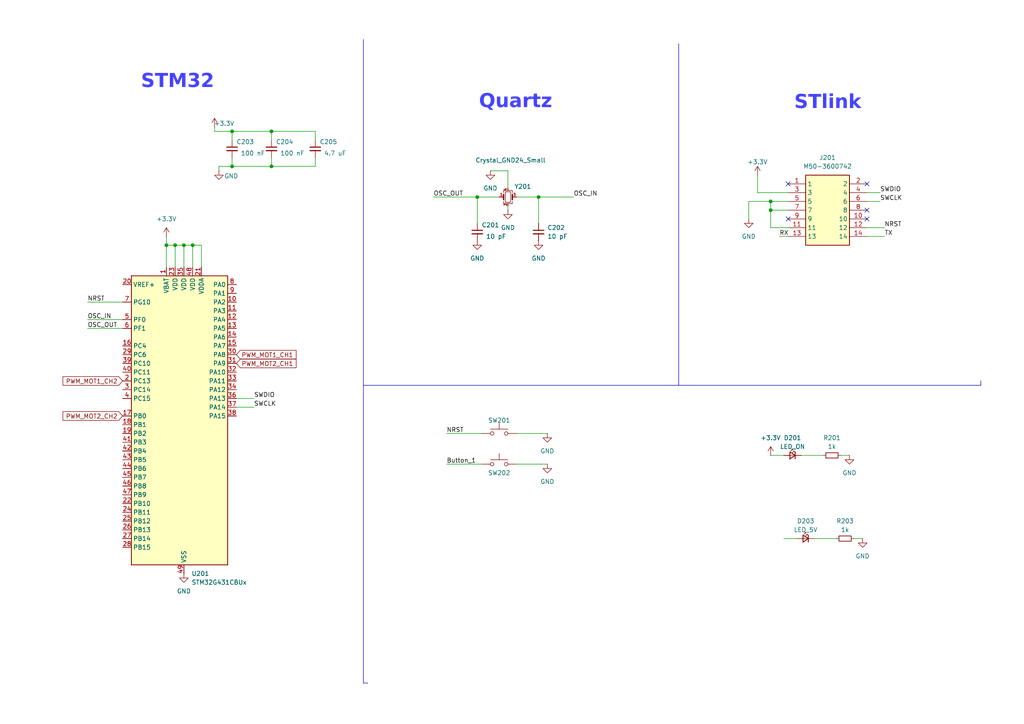
<source format=kicad_sch>
(kicad_sch
	(version 20231120)
	(generator "eeschema")
	(generator_version "8.0")
	(uuid "4e5bb7a1-deff-4c61-98c0-48653ec8a851")
	(paper "A4")
	(title_block
		(title "Projet Robot Chat")
		(date "2024-09-18")
		(rev "0")
		(company "ENSEA")
	)
	(lib_symbols
		(symbol "+3.3V_1"
			(power)
			(pin_numbers hide)
			(pin_names
				(offset 0) hide)
			(exclude_from_sim no)
			(in_bom yes)
			(on_board yes)
			(property "Reference" "#PWR"
				(at 0 -3.81 0)
				(effects
					(font
						(size 1.27 1.27)
					)
					(hide yes)
				)
			)
			(property "Value" "+3.3V"
				(at 0 3.556 0)
				(effects
					(font
						(size 1.27 1.27)
					)
				)
			)
			(property "Footprint" ""
				(at 0 0 0)
				(effects
					(font
						(size 1.27 1.27)
					)
					(hide yes)
				)
			)
			(property "Datasheet" ""
				(at 0 0 0)
				(effects
					(font
						(size 1.27 1.27)
					)
					(hide yes)
				)
			)
			(property "Description" "Power symbol creates a global label with name \"+3.3V\""
				(at 0 0 0)
				(effects
					(font
						(size 1.27 1.27)
					)
					(hide yes)
				)
			)
			(property "ki_keywords" "global power"
				(at 0 0 0)
				(effects
					(font
						(size 1.27 1.27)
					)
					(hide yes)
				)
			)
			(symbol "+3.3V_1_0_1"
				(polyline
					(pts
						(xy -0.762 1.27) (xy 0 2.54)
					)
					(stroke
						(width 0)
						(type default)
					)
					(fill
						(type none)
					)
				)
				(polyline
					(pts
						(xy 0 0) (xy 0 2.54)
					)
					(stroke
						(width 0)
						(type default)
					)
					(fill
						(type none)
					)
				)
				(polyline
					(pts
						(xy 0 2.54) (xy 0.762 1.27)
					)
					(stroke
						(width 0)
						(type default)
					)
					(fill
						(type none)
					)
				)
			)
			(symbol "+3.3V_1_1_1"
				(pin power_in line
					(at 0 0 90)
					(length 0)
					(name "~"
						(effects
							(font
								(size 1.27 1.27)
							)
						)
					)
					(number "1"
						(effects
							(font
								(size 1.27 1.27)
							)
						)
					)
				)
			)
		)
		(symbol "Device:C_Small"
			(pin_numbers hide)
			(pin_names
				(offset 0.254) hide)
			(exclude_from_sim no)
			(in_bom yes)
			(on_board yes)
			(property "Reference" "C"
				(at 0.254 1.778 0)
				(effects
					(font
						(size 1.27 1.27)
					)
					(justify left)
				)
			)
			(property "Value" "C_Small"
				(at 0.254 -2.032 0)
				(effects
					(font
						(size 1.27 1.27)
					)
					(justify left)
				)
			)
			(property "Footprint" ""
				(at 0 0 0)
				(effects
					(font
						(size 1.27 1.27)
					)
					(hide yes)
				)
			)
			(property "Datasheet" "~"
				(at 0 0 0)
				(effects
					(font
						(size 1.27 1.27)
					)
					(hide yes)
				)
			)
			(property "Description" "Unpolarized capacitor, small symbol"
				(at 0 0 0)
				(effects
					(font
						(size 1.27 1.27)
					)
					(hide yes)
				)
			)
			(property "ki_keywords" "capacitor cap"
				(at 0 0 0)
				(effects
					(font
						(size 1.27 1.27)
					)
					(hide yes)
				)
			)
			(property "ki_fp_filters" "C_*"
				(at 0 0 0)
				(effects
					(font
						(size 1.27 1.27)
					)
					(hide yes)
				)
			)
			(symbol "C_Small_0_1"
				(polyline
					(pts
						(xy -1.524 -0.508) (xy 1.524 -0.508)
					)
					(stroke
						(width 0.3302)
						(type default)
					)
					(fill
						(type none)
					)
				)
				(polyline
					(pts
						(xy -1.524 0.508) (xy 1.524 0.508)
					)
					(stroke
						(width 0.3048)
						(type default)
					)
					(fill
						(type none)
					)
				)
			)
			(symbol "C_Small_1_1"
				(pin passive line
					(at 0 2.54 270)
					(length 2.032)
					(name "~"
						(effects
							(font
								(size 1.27 1.27)
							)
						)
					)
					(number "1"
						(effects
							(font
								(size 1.27 1.27)
							)
						)
					)
				)
				(pin passive line
					(at 0 -2.54 90)
					(length 2.032)
					(name "~"
						(effects
							(font
								(size 1.27 1.27)
							)
						)
					)
					(number "2"
						(effects
							(font
								(size 1.27 1.27)
							)
						)
					)
				)
			)
		)
		(symbol "Device:Crystal_GND24_Small"
			(pin_names
				(offset 1.016) hide)
			(exclude_from_sim no)
			(in_bom yes)
			(on_board yes)
			(property "Reference" "Y"
				(at 1.27 4.445 0)
				(effects
					(font
						(size 1.27 1.27)
					)
					(justify left)
				)
			)
			(property "Value" "Crystal_GND24_Small"
				(at 1.27 2.54 0)
				(effects
					(font
						(size 1.27 1.27)
					)
					(justify left)
				)
			)
			(property "Footprint" ""
				(at 0 0 0)
				(effects
					(font
						(size 1.27 1.27)
					)
					(hide yes)
				)
			)
			(property "Datasheet" "~"
				(at 0 0 0)
				(effects
					(font
						(size 1.27 1.27)
					)
					(hide yes)
				)
			)
			(property "Description" "Four pin crystal, GND on pins 2 and 4, small symbol"
				(at 0 0 0)
				(effects
					(font
						(size 1.27 1.27)
					)
					(hide yes)
				)
			)
			(property "ki_keywords" "quartz ceramic resonator oscillator"
				(at 0 0 0)
				(effects
					(font
						(size 1.27 1.27)
					)
					(hide yes)
				)
			)
			(property "ki_fp_filters" "Crystal*"
				(at 0 0 0)
				(effects
					(font
						(size 1.27 1.27)
					)
					(hide yes)
				)
			)
			(symbol "Crystal_GND24_Small_0_1"
				(rectangle
					(start -0.762 -1.524)
					(end 0.762 1.524)
					(stroke
						(width 0)
						(type default)
					)
					(fill
						(type none)
					)
				)
				(polyline
					(pts
						(xy -1.27 -0.762) (xy -1.27 0.762)
					)
					(stroke
						(width 0.381)
						(type default)
					)
					(fill
						(type none)
					)
				)
				(polyline
					(pts
						(xy 1.27 -0.762) (xy 1.27 0.762)
					)
					(stroke
						(width 0.381)
						(type default)
					)
					(fill
						(type none)
					)
				)
				(polyline
					(pts
						(xy -1.27 -1.27) (xy -1.27 -1.905) (xy 1.27 -1.905) (xy 1.27 -1.27)
					)
					(stroke
						(width 0)
						(type default)
					)
					(fill
						(type none)
					)
				)
				(polyline
					(pts
						(xy -1.27 1.27) (xy -1.27 1.905) (xy 1.27 1.905) (xy 1.27 1.27)
					)
					(stroke
						(width 0)
						(type default)
					)
					(fill
						(type none)
					)
				)
			)
			(symbol "Crystal_GND24_Small_1_1"
				(pin passive line
					(at -2.54 0 0)
					(length 1.27)
					(name "1"
						(effects
							(font
								(size 1.27 1.27)
							)
						)
					)
					(number "1"
						(effects
							(font
								(size 0.762 0.762)
							)
						)
					)
				)
				(pin passive line
					(at 0 -2.54 90)
					(length 0.635)
					(name "2"
						(effects
							(font
								(size 1.27 1.27)
							)
						)
					)
					(number "2"
						(effects
							(font
								(size 0.762 0.762)
							)
						)
					)
				)
				(pin passive line
					(at 2.54 0 180)
					(length 1.27)
					(name "3"
						(effects
							(font
								(size 1.27 1.27)
							)
						)
					)
					(number "3"
						(effects
							(font
								(size 0.762 0.762)
							)
						)
					)
				)
				(pin passive line
					(at 0 2.54 270)
					(length 0.635)
					(name "4"
						(effects
							(font
								(size 1.27 1.27)
							)
						)
					)
					(number "4"
						(effects
							(font
								(size 0.762 0.762)
							)
						)
					)
				)
			)
		)
		(symbol "Device:LED_Small"
			(pin_numbers hide)
			(pin_names
				(offset 0.254) hide)
			(exclude_from_sim no)
			(in_bom yes)
			(on_board yes)
			(property "Reference" "D"
				(at -1.27 3.175 0)
				(effects
					(font
						(size 1.27 1.27)
					)
					(justify left)
				)
			)
			(property "Value" "LED_Small"
				(at -4.445 -2.54 0)
				(effects
					(font
						(size 1.27 1.27)
					)
					(justify left)
				)
			)
			(property "Footprint" ""
				(at 0 0 90)
				(effects
					(font
						(size 1.27 1.27)
					)
					(hide yes)
				)
			)
			(property "Datasheet" "~"
				(at 0 0 90)
				(effects
					(font
						(size 1.27 1.27)
					)
					(hide yes)
				)
			)
			(property "Description" "Light emitting diode, small symbol"
				(at 0 0 0)
				(effects
					(font
						(size 1.27 1.27)
					)
					(hide yes)
				)
			)
			(property "ki_keywords" "LED diode light-emitting-diode"
				(at 0 0 0)
				(effects
					(font
						(size 1.27 1.27)
					)
					(hide yes)
				)
			)
			(property "ki_fp_filters" "LED* LED_SMD:* LED_THT:*"
				(at 0 0 0)
				(effects
					(font
						(size 1.27 1.27)
					)
					(hide yes)
				)
			)
			(symbol "LED_Small_0_1"
				(polyline
					(pts
						(xy -0.762 -1.016) (xy -0.762 1.016)
					)
					(stroke
						(width 0.254)
						(type default)
					)
					(fill
						(type none)
					)
				)
				(polyline
					(pts
						(xy 1.016 0) (xy -0.762 0)
					)
					(stroke
						(width 0)
						(type default)
					)
					(fill
						(type none)
					)
				)
				(polyline
					(pts
						(xy 0.762 -1.016) (xy -0.762 0) (xy 0.762 1.016) (xy 0.762 -1.016)
					)
					(stroke
						(width 0.254)
						(type default)
					)
					(fill
						(type none)
					)
				)
				(polyline
					(pts
						(xy 0 0.762) (xy -0.508 1.27) (xy -0.254 1.27) (xy -0.508 1.27) (xy -0.508 1.016)
					)
					(stroke
						(width 0)
						(type default)
					)
					(fill
						(type none)
					)
				)
				(polyline
					(pts
						(xy 0.508 1.27) (xy 0 1.778) (xy 0.254 1.778) (xy 0 1.778) (xy 0 1.524)
					)
					(stroke
						(width 0)
						(type default)
					)
					(fill
						(type none)
					)
				)
			)
			(symbol "LED_Small_1_1"
				(pin passive line
					(at -2.54 0 0)
					(length 1.778)
					(name "K"
						(effects
							(font
								(size 1.27 1.27)
							)
						)
					)
					(number "1"
						(effects
							(font
								(size 1.27 1.27)
							)
						)
					)
				)
				(pin passive line
					(at 2.54 0 180)
					(length 1.778)
					(name "A"
						(effects
							(font
								(size 1.27 1.27)
							)
						)
					)
					(number "2"
						(effects
							(font
								(size 1.27 1.27)
							)
						)
					)
				)
			)
		)
		(symbol "Device:R_Small"
			(pin_numbers hide)
			(pin_names
				(offset 0.254) hide)
			(exclude_from_sim no)
			(in_bom yes)
			(on_board yes)
			(property "Reference" "R"
				(at 0.762 0.508 0)
				(effects
					(font
						(size 1.27 1.27)
					)
					(justify left)
				)
			)
			(property "Value" "R_Small"
				(at 0.762 -1.016 0)
				(effects
					(font
						(size 1.27 1.27)
					)
					(justify left)
				)
			)
			(property "Footprint" ""
				(at 0 0 0)
				(effects
					(font
						(size 1.27 1.27)
					)
					(hide yes)
				)
			)
			(property "Datasheet" "~"
				(at 0 0 0)
				(effects
					(font
						(size 1.27 1.27)
					)
					(hide yes)
				)
			)
			(property "Description" "Resistor, small symbol"
				(at 0 0 0)
				(effects
					(font
						(size 1.27 1.27)
					)
					(hide yes)
				)
			)
			(property "ki_keywords" "R resistor"
				(at 0 0 0)
				(effects
					(font
						(size 1.27 1.27)
					)
					(hide yes)
				)
			)
			(property "ki_fp_filters" "R_*"
				(at 0 0 0)
				(effects
					(font
						(size 1.27 1.27)
					)
					(hide yes)
				)
			)
			(symbol "R_Small_0_1"
				(rectangle
					(start -0.762 1.778)
					(end 0.762 -1.778)
					(stroke
						(width 0.2032)
						(type default)
					)
					(fill
						(type none)
					)
				)
			)
			(symbol "R_Small_1_1"
				(pin passive line
					(at 0 2.54 270)
					(length 0.762)
					(name "~"
						(effects
							(font
								(size 1.27 1.27)
							)
						)
					)
					(number "1"
						(effects
							(font
								(size 1.27 1.27)
							)
						)
					)
				)
				(pin passive line
					(at 0 -2.54 90)
					(length 0.762)
					(name "~"
						(effects
							(font
								(size 1.27 1.27)
							)
						)
					)
					(number "2"
						(effects
							(font
								(size 1.27 1.27)
							)
						)
					)
				)
			)
		)
		(symbol "M50-3600742:M50-3600742"
			(exclude_from_sim no)
			(in_bom yes)
			(on_board yes)
			(property "Reference" "J"
				(at 19.05 7.62 0)
				(effects
					(font
						(size 1.27 1.27)
					)
					(justify left top)
				)
			)
			(property "Value" "M50-3600742"
				(at 19.05 5.08 0)
				(effects
					(font
						(size 1.27 1.27)
					)
					(justify left top)
				)
			)
			(property "Footprint" "M50-3600742"
				(at 19.05 -94.92 0)
				(effects
					(font
						(size 1.27 1.27)
					)
					(justify left top)
					(hide yes)
				)
			)
			(property "Datasheet" "https://cdn.harwin.com/pdfs/M50-360.pdf"
				(at 19.05 -194.92 0)
				(effects
					(font
						(size 1.27 1.27)
					)
					(justify left top)
					(hide yes)
				)
			)
			(property "Description" "1.27mm (0.05\") Pitch DIL Vertical SMT Pin Header, selective gold + tin, 7+7 contacts"
				(at 0 0 0)
				(effects
					(font
						(size 1.27 1.27)
					)
					(hide yes)
				)
			)
			(property "Height" ""
				(at 19.05 -394.92 0)
				(effects
					(font
						(size 1.27 1.27)
					)
					(justify left top)
					(hide yes)
				)
			)
			(property "Manufacturer_Name" "Harwin"
				(at 19.05 -494.92 0)
				(effects
					(font
						(size 1.27 1.27)
					)
					(justify left top)
					(hide yes)
				)
			)
			(property "Manufacturer_Part_Number" "M50-3600742"
				(at 19.05 -594.92 0)
				(effects
					(font
						(size 1.27 1.27)
					)
					(justify left top)
					(hide yes)
				)
			)
			(property "Mouser Part Number" "855-M50-3600742"
				(at 19.05 -694.92 0)
				(effects
					(font
						(size 1.27 1.27)
					)
					(justify left top)
					(hide yes)
				)
			)
			(property "Mouser Price/Stock" "https://www.mouser.co.uk/ProductDetail/Harwin/M50-3600742?qs=9fQaSFfsqszE0OC0QY%2F0jw%3D%3D"
				(at 19.05 -794.92 0)
				(effects
					(font
						(size 1.27 1.27)
					)
					(justify left top)
					(hide yes)
				)
			)
			(property "Arrow Part Number" ""
				(at 19.05 -894.92 0)
				(effects
					(font
						(size 1.27 1.27)
					)
					(justify left top)
					(hide yes)
				)
			)
			(property "Arrow Price/Stock" ""
				(at 19.05 -994.92 0)
				(effects
					(font
						(size 1.27 1.27)
					)
					(justify left top)
					(hide yes)
				)
			)
			(symbol "M50-3600742_1_1"
				(rectangle
					(start 5.08 2.54)
					(end 17.78 -17.78)
					(stroke
						(width 0.254)
						(type default)
					)
					(fill
						(type background)
					)
				)
				(pin passive line
					(at 0 0 0)
					(length 5.08)
					(name "1"
						(effects
							(font
								(size 1.27 1.27)
							)
						)
					)
					(number "1"
						(effects
							(font
								(size 1.27 1.27)
							)
						)
					)
				)
				(pin passive line
					(at 22.86 -10.16 180)
					(length 5.08)
					(name "10"
						(effects
							(font
								(size 1.27 1.27)
							)
						)
					)
					(number "10"
						(effects
							(font
								(size 1.27 1.27)
							)
						)
					)
				)
				(pin passive line
					(at 0 -12.7 0)
					(length 5.08)
					(name "11"
						(effects
							(font
								(size 1.27 1.27)
							)
						)
					)
					(number "11"
						(effects
							(font
								(size 1.27 1.27)
							)
						)
					)
				)
				(pin passive line
					(at 22.86 -12.7 180)
					(length 5.08)
					(name "12"
						(effects
							(font
								(size 1.27 1.27)
							)
						)
					)
					(number "12"
						(effects
							(font
								(size 1.27 1.27)
							)
						)
					)
				)
				(pin passive line
					(at 0 -15.24 0)
					(length 5.08)
					(name "13"
						(effects
							(font
								(size 1.27 1.27)
							)
						)
					)
					(number "13"
						(effects
							(font
								(size 1.27 1.27)
							)
						)
					)
				)
				(pin passive line
					(at 22.86 -15.24 180)
					(length 5.08)
					(name "14"
						(effects
							(font
								(size 1.27 1.27)
							)
						)
					)
					(number "14"
						(effects
							(font
								(size 1.27 1.27)
							)
						)
					)
				)
				(pin passive line
					(at 22.86 0 180)
					(length 5.08)
					(name "2"
						(effects
							(font
								(size 1.27 1.27)
							)
						)
					)
					(number "2"
						(effects
							(font
								(size 1.27 1.27)
							)
						)
					)
				)
				(pin passive line
					(at 0 -2.54 0)
					(length 5.08)
					(name "3"
						(effects
							(font
								(size 1.27 1.27)
							)
						)
					)
					(number "3"
						(effects
							(font
								(size 1.27 1.27)
							)
						)
					)
				)
				(pin passive line
					(at 22.86 -2.54 180)
					(length 5.08)
					(name "4"
						(effects
							(font
								(size 1.27 1.27)
							)
						)
					)
					(number "4"
						(effects
							(font
								(size 1.27 1.27)
							)
						)
					)
				)
				(pin passive line
					(at 0 -5.08 0)
					(length 5.08)
					(name "5"
						(effects
							(font
								(size 1.27 1.27)
							)
						)
					)
					(number "5"
						(effects
							(font
								(size 1.27 1.27)
							)
						)
					)
				)
				(pin passive line
					(at 22.86 -5.08 180)
					(length 5.08)
					(name "6"
						(effects
							(font
								(size 1.27 1.27)
							)
						)
					)
					(number "6"
						(effects
							(font
								(size 1.27 1.27)
							)
						)
					)
				)
				(pin passive line
					(at 0 -7.62 0)
					(length 5.08)
					(name "7"
						(effects
							(font
								(size 1.27 1.27)
							)
						)
					)
					(number "7"
						(effects
							(font
								(size 1.27 1.27)
							)
						)
					)
				)
				(pin passive line
					(at 22.86 -7.62 180)
					(length 5.08)
					(name "8"
						(effects
							(font
								(size 1.27 1.27)
							)
						)
					)
					(number "8"
						(effects
							(font
								(size 1.27 1.27)
							)
						)
					)
				)
				(pin passive line
					(at 0 -10.16 0)
					(length 5.08)
					(name "9"
						(effects
							(font
								(size 1.27 1.27)
							)
						)
					)
					(number "9"
						(effects
							(font
								(size 1.27 1.27)
							)
						)
					)
				)
			)
		)
		(symbol "MCU_ST_STM32G4:STM32G431CBUx"
			(exclude_from_sim no)
			(in_bom yes)
			(on_board yes)
			(property "Reference" "U"
				(at -12.7 44.45 0)
				(effects
					(font
						(size 1.27 1.27)
					)
					(justify left)
				)
			)
			(property "Value" "STM32G431CBUx"
				(at 10.16 44.45 0)
				(effects
					(font
						(size 1.27 1.27)
					)
					(justify left)
				)
			)
			(property "Footprint" "Package_DFN_QFN:QFN-48-1EP_7x7mm_P0.5mm_EP5.6x5.6mm"
				(at -12.7 -40.64 0)
				(effects
					(font
						(size 1.27 1.27)
					)
					(justify right)
					(hide yes)
				)
			)
			(property "Datasheet" "https://www.st.com/resource/en/datasheet/stm32g431cb.pdf"
				(at 0 0 0)
				(effects
					(font
						(size 1.27 1.27)
					)
					(hide yes)
				)
			)
			(property "Description" "STMicroelectronics Arm Cortex-M4 MCU, 128KB flash, 32KB RAM, 170 MHz, 1.71-3.6V, 42 GPIO, UFQFPN48"
				(at 0 0 0)
				(effects
					(font
						(size 1.27 1.27)
					)
					(hide yes)
				)
			)
			(property "ki_locked" ""
				(at 0 0 0)
				(effects
					(font
						(size 1.27 1.27)
					)
				)
			)
			(property "ki_keywords" "Arm Cortex-M4 STM32G4 STM32G4x1"
				(at 0 0 0)
				(effects
					(font
						(size 1.27 1.27)
					)
					(hide yes)
				)
			)
			(property "ki_fp_filters" "QFN*1EP*7x7mm*P0.5mm*"
				(at 0 0 0)
				(effects
					(font
						(size 1.27 1.27)
					)
					(hide yes)
				)
			)
			(symbol "STM32G431CBUx_0_1"
				(rectangle
					(start -12.7 -40.64)
					(end 15.24 43.18)
					(stroke
						(width 0.254)
						(type default)
					)
					(fill
						(type background)
					)
				)
			)
			(symbol "STM32G431CBUx_1_1"
				(pin power_in line
					(at -2.54 45.72 270)
					(length 2.54)
					(name "VBAT"
						(effects
							(font
								(size 1.27 1.27)
							)
						)
					)
					(number "1"
						(effects
							(font
								(size 1.27 1.27)
							)
						)
					)
				)
				(pin bidirectional line
					(at 17.78 35.56 180)
					(length 2.54)
					(name "PA2"
						(effects
							(font
								(size 1.27 1.27)
							)
						)
					)
					(number "10"
						(effects
							(font
								(size 1.27 1.27)
							)
						)
					)
					(alternate "ADC1_IN3" bidirectional line)
					(alternate "COMP2_INM" bidirectional line)
					(alternate "COMP2_OUT" bidirectional line)
					(alternate "LPUART1_TX" bidirectional line)
					(alternate "OPAMP1_VOUT" bidirectional line)
					(alternate "RCC_LSCO" bidirectional line)
					(alternate "SYS_WKUP4" bidirectional line)
					(alternate "TIM15_CH1" bidirectional line)
					(alternate "TIM2_CH3" bidirectional line)
					(alternate "UCPD1_FRSTX1" bidirectional line)
					(alternate "UCPD1_FRSTX2" bidirectional line)
					(alternate "USART2_TX" bidirectional line)
				)
				(pin bidirectional line
					(at 17.78 33.02 180)
					(length 2.54)
					(name "PA3"
						(effects
							(font
								(size 1.27 1.27)
							)
						)
					)
					(number "11"
						(effects
							(font
								(size 1.27 1.27)
							)
						)
					)
					(alternate "ADC1_IN4" bidirectional line)
					(alternate "COMP2_INP" bidirectional line)
					(alternate "LPUART1_RX" bidirectional line)
					(alternate "OPAMP1_VINM" bidirectional line)
					(alternate "OPAMP1_VINM0" bidirectional line)
					(alternate "OPAMP1_VINM_SEC" bidirectional line)
					(alternate "OPAMP1_VINP" bidirectional line)
					(alternate "OPAMP1_VINP_SEC" bidirectional line)
					(alternate "SAI1_CK1" bidirectional line)
					(alternate "SAI1_MCLK_A" bidirectional line)
					(alternate "TIM15_CH2" bidirectional line)
					(alternate "TIM2_CH4" bidirectional line)
					(alternate "USART2_RX" bidirectional line)
				)
				(pin bidirectional line
					(at 17.78 30.48 180)
					(length 2.54)
					(name "PA4"
						(effects
							(font
								(size 1.27 1.27)
							)
						)
					)
					(number "12"
						(effects
							(font
								(size 1.27 1.27)
							)
						)
					)
					(alternate "ADC2_IN17" bidirectional line)
					(alternate "COMP1_INM" bidirectional line)
					(alternate "DAC1_OUT1" bidirectional line)
					(alternate "I2S3_WS" bidirectional line)
					(alternate "SAI1_FS_B" bidirectional line)
					(alternate "SPI1_NSS" bidirectional line)
					(alternate "SPI3_NSS" bidirectional line)
					(alternate "TIM3_CH2" bidirectional line)
					(alternate "USART2_CK" bidirectional line)
				)
				(pin bidirectional line
					(at 17.78 27.94 180)
					(length 2.54)
					(name "PA5"
						(effects
							(font
								(size 1.27 1.27)
							)
						)
					)
					(number "13"
						(effects
							(font
								(size 1.27 1.27)
							)
						)
					)
					(alternate "ADC2_IN13" bidirectional line)
					(alternate "COMP2_INM" bidirectional line)
					(alternate "DAC1_OUT2" bidirectional line)
					(alternate "OPAMP2_VINM" bidirectional line)
					(alternate "OPAMP2_VINM0" bidirectional line)
					(alternate "OPAMP2_VINM_SEC" bidirectional line)
					(alternate "SPI1_SCK" bidirectional line)
					(alternate "TIM2_CH1" bidirectional line)
					(alternate "TIM2_ETR" bidirectional line)
					(alternate "UCPD1_FRSTX1" bidirectional line)
					(alternate "UCPD1_FRSTX2" bidirectional line)
				)
				(pin bidirectional line
					(at 17.78 25.4 180)
					(length 2.54)
					(name "PA6"
						(effects
							(font
								(size 1.27 1.27)
							)
						)
					)
					(number "14"
						(effects
							(font
								(size 1.27 1.27)
							)
						)
					)
					(alternate "ADC2_IN3" bidirectional line)
					(alternate "COMP1_OUT" bidirectional line)
					(alternate "LPUART1_CTS" bidirectional line)
					(alternate "OPAMP2_VOUT" bidirectional line)
					(alternate "SPI1_MISO" bidirectional line)
					(alternate "TIM16_CH1" bidirectional line)
					(alternate "TIM1_BKIN" bidirectional line)
					(alternate "TIM3_CH1" bidirectional line)
					(alternate "TIM8_BKIN" bidirectional line)
				)
				(pin bidirectional line
					(at 17.78 22.86 180)
					(length 2.54)
					(name "PA7"
						(effects
							(font
								(size 1.27 1.27)
							)
						)
					)
					(number "15"
						(effects
							(font
								(size 1.27 1.27)
							)
						)
					)
					(alternate "ADC2_IN4" bidirectional line)
					(alternate "COMP2_INP" bidirectional line)
					(alternate "COMP2_OUT" bidirectional line)
					(alternate "OPAMP1_VINP" bidirectional line)
					(alternate "OPAMP1_VINP_SEC" bidirectional line)
					(alternate "OPAMP2_VINP" bidirectional line)
					(alternate "OPAMP2_VINP_SEC" bidirectional line)
					(alternate "SPI1_MOSI" bidirectional line)
					(alternate "TIM17_CH1" bidirectional line)
					(alternate "TIM1_CH1N" bidirectional line)
					(alternate "TIM3_CH2" bidirectional line)
					(alternate "TIM8_CH1N" bidirectional line)
					(alternate "UCPD1_FRSTX1" bidirectional line)
					(alternate "UCPD1_FRSTX2" bidirectional line)
				)
				(pin bidirectional line
					(at -15.24 22.86 0)
					(length 2.54)
					(name "PC4"
						(effects
							(font
								(size 1.27 1.27)
							)
						)
					)
					(number "16"
						(effects
							(font
								(size 1.27 1.27)
							)
						)
					)
					(alternate "ADC2_IN5" bidirectional line)
					(alternate "I2C2_SCL" bidirectional line)
					(alternate "TIM1_ETR" bidirectional line)
					(alternate "USART1_TX" bidirectional line)
				)
				(pin bidirectional line
					(at -15.24 2.54 0)
					(length 2.54)
					(name "PB0"
						(effects
							(font
								(size 1.27 1.27)
							)
						)
					)
					(number "17"
						(effects
							(font
								(size 1.27 1.27)
							)
						)
					)
					(alternate "ADC1_IN15" bidirectional line)
					(alternate "COMP4_INP" bidirectional line)
					(alternate "OPAMP2_VINP" bidirectional line)
					(alternate "OPAMP2_VINP_SEC" bidirectional line)
					(alternate "OPAMP3_VINP" bidirectional line)
					(alternate "OPAMP3_VINP_SEC" bidirectional line)
					(alternate "TIM1_CH2N" bidirectional line)
					(alternate "TIM3_CH3" bidirectional line)
					(alternate "TIM8_CH2N" bidirectional line)
					(alternate "UCPD1_FRSTX1" bidirectional line)
					(alternate "UCPD1_FRSTX2" bidirectional line)
				)
				(pin bidirectional line
					(at -15.24 0 0)
					(length 2.54)
					(name "PB1"
						(effects
							(font
								(size 1.27 1.27)
							)
						)
					)
					(number "18"
						(effects
							(font
								(size 1.27 1.27)
							)
						)
					)
					(alternate "ADC1_IN12" bidirectional line)
					(alternate "COMP1_INP" bidirectional line)
					(alternate "COMP4_OUT" bidirectional line)
					(alternate "LPUART1_DE" bidirectional line)
					(alternate "LPUART1_RTS" bidirectional line)
					(alternate "OPAMP3_VOUT" bidirectional line)
					(alternate "TIM1_CH3N" bidirectional line)
					(alternate "TIM3_CH4" bidirectional line)
					(alternate "TIM8_CH3N" bidirectional line)
				)
				(pin bidirectional line
					(at -15.24 -2.54 0)
					(length 2.54)
					(name "PB2"
						(effects
							(font
								(size 1.27 1.27)
							)
						)
					)
					(number "19"
						(effects
							(font
								(size 1.27 1.27)
							)
						)
					)
					(alternate "ADC2_IN12" bidirectional line)
					(alternate "COMP4_INM" bidirectional line)
					(alternate "I2C3_SMBA" bidirectional line)
					(alternate "LPTIM1_OUT" bidirectional line)
					(alternate "OPAMP3_VINM" bidirectional line)
					(alternate "OPAMP3_VINM0" bidirectional line)
					(alternate "OPAMP3_VINM_SEC" bidirectional line)
					(alternate "RTC_OUT2" bidirectional line)
				)
				(pin bidirectional line
					(at -15.24 12.7 0)
					(length 2.54)
					(name "PC13"
						(effects
							(font
								(size 1.27 1.27)
							)
						)
					)
					(number "2"
						(effects
							(font
								(size 1.27 1.27)
							)
						)
					)
					(alternate "RTC_OUT1" bidirectional line)
					(alternate "RTC_TAMP1" bidirectional line)
					(alternate "RTC_TS" bidirectional line)
					(alternate "SYS_WKUP2" bidirectional line)
					(alternate "TIM1_BKIN" bidirectional line)
					(alternate "TIM1_CH1N" bidirectional line)
					(alternate "TIM8_CH4N" bidirectional line)
				)
				(pin input line
					(at -15.24 40.64 0)
					(length 2.54)
					(name "VREF+"
						(effects
							(font
								(size 1.27 1.27)
							)
						)
					)
					(number "20"
						(effects
							(font
								(size 1.27 1.27)
							)
						)
					)
					(alternate "VREFBUF_OUT" bidirectional line)
				)
				(pin power_in line
					(at 7.62 45.72 270)
					(length 2.54)
					(name "VDDA"
						(effects
							(font
								(size 1.27 1.27)
							)
						)
					)
					(number "21"
						(effects
							(font
								(size 1.27 1.27)
							)
						)
					)
				)
				(pin bidirectional line
					(at -15.24 -22.86 0)
					(length 2.54)
					(name "PB10"
						(effects
							(font
								(size 1.27 1.27)
							)
						)
					)
					(number "22"
						(effects
							(font
								(size 1.27 1.27)
							)
						)
					)
					(alternate "DAC1_EXTI10" bidirectional line)
					(alternate "DAC3_EXTI10" bidirectional line)
					(alternate "LPUART1_RX" bidirectional line)
					(alternate "OPAMP3_VINM" bidirectional line)
					(alternate "OPAMP3_VINM1" bidirectional line)
					(alternate "OPAMP3_VINM_SEC" bidirectional line)
					(alternate "SAI1_SCK_A" bidirectional line)
					(alternate "TIM1_BKIN" bidirectional line)
					(alternate "TIM2_CH3" bidirectional line)
					(alternate "USART3_TX" bidirectional line)
				)
				(pin power_in line
					(at 0 45.72 270)
					(length 2.54)
					(name "VDD"
						(effects
							(font
								(size 1.27 1.27)
							)
						)
					)
					(number "23"
						(effects
							(font
								(size 1.27 1.27)
							)
						)
					)
				)
				(pin bidirectional line
					(at -15.24 -25.4 0)
					(length 2.54)
					(name "PB11"
						(effects
							(font
								(size 1.27 1.27)
							)
						)
					)
					(number "24"
						(effects
							(font
								(size 1.27 1.27)
							)
						)
					)
					(alternate "ADC1_EXTI11" bidirectional line)
					(alternate "ADC1_IN14" bidirectional line)
					(alternate "ADC2_EXTI11" bidirectional line)
					(alternate "ADC2_IN14" bidirectional line)
					(alternate "LPUART1_TX" bidirectional line)
					(alternate "TIM2_CH4" bidirectional line)
					(alternate "USART3_RX" bidirectional line)
				)
				(pin bidirectional line
					(at -15.24 -27.94 0)
					(length 2.54)
					(name "PB12"
						(effects
							(font
								(size 1.27 1.27)
							)
						)
					)
					(number "25"
						(effects
							(font
								(size 1.27 1.27)
							)
						)
					)
					(alternate "ADC1_IN11" bidirectional line)
					(alternate "I2C2_SMBA" bidirectional line)
					(alternate "I2S2_WS" bidirectional line)
					(alternate "LPUART1_DE" bidirectional line)
					(alternate "LPUART1_RTS" bidirectional line)
					(alternate "SPI2_NSS" bidirectional line)
					(alternate "TIM1_BKIN" bidirectional line)
					(alternate "USART3_CK" bidirectional line)
				)
				(pin bidirectional line
					(at -15.24 -30.48 0)
					(length 2.54)
					(name "PB13"
						(effects
							(font
								(size 1.27 1.27)
							)
						)
					)
					(number "26"
						(effects
							(font
								(size 1.27 1.27)
							)
						)
					)
					(alternate "I2S2_CK" bidirectional line)
					(alternate "LPUART1_CTS" bidirectional line)
					(alternate "OPAMP3_VINP" bidirectional line)
					(alternate "OPAMP3_VINP_SEC" bidirectional line)
					(alternate "SPI2_SCK" bidirectional line)
					(alternate "TIM1_CH1N" bidirectional line)
					(alternate "USART3_CTS" bidirectional line)
					(alternate "USART3_NSS" bidirectional line)
				)
				(pin bidirectional line
					(at -15.24 -33.02 0)
					(length 2.54)
					(name "PB14"
						(effects
							(font
								(size 1.27 1.27)
							)
						)
					)
					(number "27"
						(effects
							(font
								(size 1.27 1.27)
							)
						)
					)
					(alternate "ADC1_IN5" bidirectional line)
					(alternate "COMP4_OUT" bidirectional line)
					(alternate "OPAMP2_VINP" bidirectional line)
					(alternate "OPAMP2_VINP_SEC" bidirectional line)
					(alternate "SPI2_MISO" bidirectional line)
					(alternate "TIM15_CH1" bidirectional line)
					(alternate "TIM1_CH2N" bidirectional line)
					(alternate "USART3_DE" bidirectional line)
					(alternate "USART3_RTS" bidirectional line)
				)
				(pin bidirectional line
					(at -15.24 -35.56 0)
					(length 2.54)
					(name "PB15"
						(effects
							(font
								(size 1.27 1.27)
							)
						)
					)
					(number "28"
						(effects
							(font
								(size 1.27 1.27)
							)
						)
					)
					(alternate "ADC1_EXTI15" bidirectional line)
					(alternate "ADC2_EXTI15" bidirectional line)
					(alternate "ADC2_IN15" bidirectional line)
					(alternate "COMP3_OUT" bidirectional line)
					(alternate "I2S2_SD" bidirectional line)
					(alternate "RTC_REFIN" bidirectional line)
					(alternate "SPI2_MOSI" bidirectional line)
					(alternate "TIM15_CH1N" bidirectional line)
					(alternate "TIM15_CH2" bidirectional line)
					(alternate "TIM1_CH3N" bidirectional line)
				)
				(pin bidirectional line
					(at -15.24 20.32 0)
					(length 2.54)
					(name "PC6"
						(effects
							(font
								(size 1.27 1.27)
							)
						)
					)
					(number "29"
						(effects
							(font
								(size 1.27 1.27)
							)
						)
					)
					(alternate "I2S2_MCK" bidirectional line)
					(alternate "TIM3_CH1" bidirectional line)
					(alternate "TIM8_CH1" bidirectional line)
				)
				(pin bidirectional line
					(at -15.24 10.16 0)
					(length 2.54)
					(name "PC14"
						(effects
							(font
								(size 1.27 1.27)
							)
						)
					)
					(number "3"
						(effects
							(font
								(size 1.27 1.27)
							)
						)
					)
					(alternate "RCC_OSC32_IN" bidirectional line)
				)
				(pin bidirectional line
					(at 17.78 20.32 180)
					(length 2.54)
					(name "PA8"
						(effects
							(font
								(size 1.27 1.27)
							)
						)
					)
					(number "30"
						(effects
							(font
								(size 1.27 1.27)
							)
						)
					)
					(alternate "I2C2_SDA" bidirectional line)
					(alternate "I2C3_SCL" bidirectional line)
					(alternate "I2S2_MCK" bidirectional line)
					(alternate "RCC_MCO" bidirectional line)
					(alternate "SAI1_CK2" bidirectional line)
					(alternate "SAI1_SCK_A" bidirectional line)
					(alternate "TIM1_CH1" bidirectional line)
					(alternate "TIM4_ETR" bidirectional line)
					(alternate "USART1_CK" bidirectional line)
				)
				(pin bidirectional line
					(at 17.78 17.78 180)
					(length 2.54)
					(name "PA9"
						(effects
							(font
								(size 1.27 1.27)
							)
						)
					)
					(number "31"
						(effects
							(font
								(size 1.27 1.27)
							)
						)
					)
					(alternate "DAC1_EXTI9" bidirectional line)
					(alternate "DAC3_EXTI9" bidirectional line)
					(alternate "I2C2_SCL" bidirectional line)
					(alternate "I2C3_SMBA" bidirectional line)
					(alternate "I2S3_MCK" bidirectional line)
					(alternate "SAI1_FS_A" bidirectional line)
					(alternate "TIM15_BKIN" bidirectional line)
					(alternate "TIM1_CH2" bidirectional line)
					(alternate "TIM2_CH3" bidirectional line)
					(alternate "UCPD1_DBCC1" bidirectional line)
					(alternate "USART1_TX" bidirectional line)
				)
				(pin bidirectional line
					(at 17.78 15.24 180)
					(length 2.54)
					(name "PA10"
						(effects
							(font
								(size 1.27 1.27)
							)
						)
					)
					(number "32"
						(effects
							(font
								(size 1.27 1.27)
							)
						)
					)
					(alternate "CRS_SYNC" bidirectional line)
					(alternate "DAC1_EXTI10" bidirectional line)
					(alternate "DAC3_EXTI10" bidirectional line)
					(alternate "I2C2_SMBA" bidirectional line)
					(alternate "SAI1_D1" bidirectional line)
					(alternate "SAI1_SD_A" bidirectional line)
					(alternate "SPI2_MISO" bidirectional line)
					(alternate "TIM17_BKIN" bidirectional line)
					(alternate "TIM1_CH3" bidirectional line)
					(alternate "TIM2_CH4" bidirectional line)
					(alternate "TIM8_BKIN" bidirectional line)
					(alternate "UCPD1_DBCC2" bidirectional line)
					(alternate "USART1_RX" bidirectional line)
				)
				(pin bidirectional line
					(at 17.78 12.7 180)
					(length 2.54)
					(name "PA11"
						(effects
							(font
								(size 1.27 1.27)
							)
						)
					)
					(number "33"
						(effects
							(font
								(size 1.27 1.27)
							)
						)
					)
					(alternate "ADC1_EXTI11" bidirectional line)
					(alternate "ADC2_EXTI11" bidirectional line)
					(alternate "COMP1_OUT" bidirectional line)
					(alternate "FDCAN1_RX" bidirectional line)
					(alternate "I2S2_SD" bidirectional line)
					(alternate "SPI2_MOSI" bidirectional line)
					(alternate "TIM1_BKIN2" bidirectional line)
					(alternate "TIM1_CH1N" bidirectional line)
					(alternate "TIM1_CH4" bidirectional line)
					(alternate "TIM4_CH1" bidirectional line)
					(alternate "USART1_CTS" bidirectional line)
					(alternate "USART1_NSS" bidirectional line)
					(alternate "USB_DM" bidirectional line)
				)
				(pin bidirectional line
					(at 17.78 10.16 180)
					(length 2.54)
					(name "PA12"
						(effects
							(font
								(size 1.27 1.27)
							)
						)
					)
					(number "34"
						(effects
							(font
								(size 1.27 1.27)
							)
						)
					)
					(alternate "COMP2_OUT" bidirectional line)
					(alternate "FDCAN1_TX" bidirectional line)
					(alternate "I2S_CKIN" bidirectional line)
					(alternate "TIM16_CH1" bidirectional line)
					(alternate "TIM1_CH2N" bidirectional line)
					(alternate "TIM1_ETR" bidirectional line)
					(alternate "TIM4_CH2" bidirectional line)
					(alternate "USART1_DE" bidirectional line)
					(alternate "USART1_RTS" bidirectional line)
					(alternate "USB_DP" bidirectional line)
				)
				(pin power_in line
					(at 2.54 45.72 270)
					(length 2.54)
					(name "VDD"
						(effects
							(font
								(size 1.27 1.27)
							)
						)
					)
					(number "35"
						(effects
							(font
								(size 1.27 1.27)
							)
						)
					)
				)
				(pin bidirectional line
					(at 17.78 7.62 180)
					(length 2.54)
					(name "PA13"
						(effects
							(font
								(size 1.27 1.27)
							)
						)
					)
					(number "36"
						(effects
							(font
								(size 1.27 1.27)
							)
						)
					)
					(alternate "I2C1_SCL" bidirectional line)
					(alternate "IR_OUT" bidirectional line)
					(alternate "SAI1_SD_B" bidirectional line)
					(alternate "SYS_JTMS-SWDIO" bidirectional line)
					(alternate "TIM16_CH1N" bidirectional line)
					(alternate "TIM4_CH3" bidirectional line)
					(alternate "USART3_CTS" bidirectional line)
					(alternate "USART3_NSS" bidirectional line)
				)
				(pin bidirectional line
					(at 17.78 5.08 180)
					(length 2.54)
					(name "PA14"
						(effects
							(font
								(size 1.27 1.27)
							)
						)
					)
					(number "37"
						(effects
							(font
								(size 1.27 1.27)
							)
						)
					)
					(alternate "I2C1_SDA" bidirectional line)
					(alternate "LPTIM1_OUT" bidirectional line)
					(alternate "SAI1_FS_B" bidirectional line)
					(alternate "SYS_JTCK-SWCLK" bidirectional line)
					(alternate "TIM1_BKIN" bidirectional line)
					(alternate "TIM8_CH2" bidirectional line)
					(alternate "USART2_TX" bidirectional line)
				)
				(pin bidirectional line
					(at 17.78 2.54 180)
					(length 2.54)
					(name "PA15"
						(effects
							(font
								(size 1.27 1.27)
							)
						)
					)
					(number "38"
						(effects
							(font
								(size 1.27 1.27)
							)
						)
					)
					(alternate "ADC1_EXTI15" bidirectional line)
					(alternate "ADC2_EXTI15" bidirectional line)
					(alternate "I2C1_SCL" bidirectional line)
					(alternate "I2S3_WS" bidirectional line)
					(alternate "SPI1_NSS" bidirectional line)
					(alternate "SPI3_NSS" bidirectional line)
					(alternate "SYS_JTDI" bidirectional line)
					(alternate "TIM1_BKIN" bidirectional line)
					(alternate "TIM2_CH1" bidirectional line)
					(alternate "TIM2_ETR" bidirectional line)
					(alternate "TIM8_CH1" bidirectional line)
					(alternate "USART2_RX" bidirectional line)
				)
				(pin bidirectional line
					(at -15.24 17.78 0)
					(length 2.54)
					(name "PC10"
						(effects
							(font
								(size 1.27 1.27)
							)
						)
					)
					(number "39"
						(effects
							(font
								(size 1.27 1.27)
							)
						)
					)
					(alternate "DAC1_EXTI10" bidirectional line)
					(alternate "DAC3_EXTI10" bidirectional line)
					(alternate "I2S3_CK" bidirectional line)
					(alternate "SPI3_SCK" bidirectional line)
					(alternate "TIM8_CH1N" bidirectional line)
					(alternate "USART3_TX" bidirectional line)
				)
				(pin bidirectional line
					(at -15.24 7.62 0)
					(length 2.54)
					(name "PC15"
						(effects
							(font
								(size 1.27 1.27)
							)
						)
					)
					(number "4"
						(effects
							(font
								(size 1.27 1.27)
							)
						)
					)
					(alternate "ADC1_EXTI15" bidirectional line)
					(alternate "ADC2_EXTI15" bidirectional line)
					(alternate "RCC_OSC32_OUT" bidirectional line)
				)
				(pin bidirectional line
					(at -15.24 15.24 0)
					(length 2.54)
					(name "PC11"
						(effects
							(font
								(size 1.27 1.27)
							)
						)
					)
					(number "40"
						(effects
							(font
								(size 1.27 1.27)
							)
						)
					)
					(alternate "ADC1_EXTI11" bidirectional line)
					(alternate "ADC2_EXTI11" bidirectional line)
					(alternate "I2C3_SDA" bidirectional line)
					(alternate "SPI3_MISO" bidirectional line)
					(alternate "TIM8_CH2N" bidirectional line)
					(alternate "USART3_RX" bidirectional line)
				)
				(pin bidirectional line
					(at -15.24 -5.08 0)
					(length 2.54)
					(name "PB3"
						(effects
							(font
								(size 1.27 1.27)
							)
						)
					)
					(number "41"
						(effects
							(font
								(size 1.27 1.27)
							)
						)
					)
					(alternate "CRS_SYNC" bidirectional line)
					(alternate "I2S3_CK" bidirectional line)
					(alternate "SAI1_SCK_B" bidirectional line)
					(alternate "SPI1_SCK" bidirectional line)
					(alternate "SPI3_SCK" bidirectional line)
					(alternate "SYS_JTDO-SWO" bidirectional line)
					(alternate "TIM2_CH2" bidirectional line)
					(alternate "TIM3_ETR" bidirectional line)
					(alternate "TIM4_ETR" bidirectional line)
					(alternate "TIM8_CH1N" bidirectional line)
					(alternate "USART2_TX" bidirectional line)
				)
				(pin bidirectional line
					(at -15.24 -7.62 0)
					(length 2.54)
					(name "PB4"
						(effects
							(font
								(size 1.27 1.27)
							)
						)
					)
					(number "42"
						(effects
							(font
								(size 1.27 1.27)
							)
						)
					)
					(alternate "SAI1_MCLK_B" bidirectional line)
					(alternate "SPI1_MISO" bidirectional line)
					(alternate "SPI3_MISO" bidirectional line)
					(alternate "SYS_JTRST" bidirectional line)
					(alternate "TIM16_CH1" bidirectional line)
					(alternate "TIM17_BKIN" bidirectional line)
					(alternate "TIM3_CH1" bidirectional line)
					(alternate "TIM8_CH2N" bidirectional line)
					(alternate "UCPD1_CC2" bidirectional line)
					(alternate "USART2_RX" bidirectional line)
				)
				(pin bidirectional line
					(at -15.24 -10.16 0)
					(length 2.54)
					(name "PB5"
						(effects
							(font
								(size 1.27 1.27)
							)
						)
					)
					(number "43"
						(effects
							(font
								(size 1.27 1.27)
							)
						)
					)
					(alternate "I2C1_SMBA" bidirectional line)
					(alternate "I2C3_SDA" bidirectional line)
					(alternate "I2S3_SD" bidirectional line)
					(alternate "LPTIM1_IN1" bidirectional line)
					(alternate "SAI1_SD_B" bidirectional line)
					(alternate "SPI1_MOSI" bidirectional line)
					(alternate "SPI3_MOSI" bidirectional line)
					(alternate "TIM16_BKIN" bidirectional line)
					(alternate "TIM17_CH1" bidirectional line)
					(alternate "TIM3_CH2" bidirectional line)
					(alternate "TIM8_CH3N" bidirectional line)
					(alternate "USART2_CK" bidirectional line)
				)
				(pin bidirectional line
					(at -15.24 -12.7 0)
					(length 2.54)
					(name "PB6"
						(effects
							(font
								(size 1.27 1.27)
							)
						)
					)
					(number "44"
						(effects
							(font
								(size 1.27 1.27)
							)
						)
					)
					(alternate "COMP4_OUT" bidirectional line)
					(alternate "LPTIM1_ETR" bidirectional line)
					(alternate "SAI1_FS_B" bidirectional line)
					(alternate "TIM16_CH1N" bidirectional line)
					(alternate "TIM4_CH1" bidirectional line)
					(alternate "TIM8_BKIN2" bidirectional line)
					(alternate "TIM8_CH1" bidirectional line)
					(alternate "TIM8_ETR" bidirectional line)
					(alternate "UCPD1_CC1" bidirectional line)
					(alternate "USART1_TX" bidirectional line)
				)
				(pin bidirectional line
					(at -15.24 -15.24 0)
					(length 2.54)
					(name "PB7"
						(effects
							(font
								(size 1.27 1.27)
							)
						)
					)
					(number "45"
						(effects
							(font
								(size 1.27 1.27)
							)
						)
					)
					(alternate "COMP3_OUT" bidirectional line)
					(alternate "I2C1_SDA" bidirectional line)
					(alternate "LPTIM1_IN2" bidirectional line)
					(alternate "SYS_PVD_IN" bidirectional line)
					(alternate "TIM17_CH1N" bidirectional line)
					(alternate "TIM3_CH4" bidirectional line)
					(alternate "TIM4_CH2" bidirectional line)
					(alternate "TIM8_BKIN" bidirectional line)
					(alternate "USART1_RX" bidirectional line)
				)
				(pin bidirectional line
					(at -15.24 -17.78 0)
					(length 2.54)
					(name "PB8"
						(effects
							(font
								(size 1.27 1.27)
							)
						)
					)
					(number "46"
						(effects
							(font
								(size 1.27 1.27)
							)
						)
					)
					(alternate "COMP1_OUT" bidirectional line)
					(alternate "FDCAN1_RX" bidirectional line)
					(alternate "I2C1_SCL" bidirectional line)
					(alternate "SAI1_CK1" bidirectional line)
					(alternate "SAI1_MCLK_A" bidirectional line)
					(alternate "TIM16_CH1" bidirectional line)
					(alternate "TIM1_BKIN" bidirectional line)
					(alternate "TIM4_CH3" bidirectional line)
					(alternate "TIM8_CH2" bidirectional line)
					(alternate "USART3_RX" bidirectional line)
				)
				(pin bidirectional line
					(at -15.24 -20.32 0)
					(length 2.54)
					(name "PB9"
						(effects
							(font
								(size 1.27 1.27)
							)
						)
					)
					(number "47"
						(effects
							(font
								(size 1.27 1.27)
							)
						)
					)
					(alternate "COMP2_OUT" bidirectional line)
					(alternate "DAC1_EXTI9" bidirectional line)
					(alternate "DAC3_EXTI9" bidirectional line)
					(alternate "FDCAN1_TX" bidirectional line)
					(alternate "I2C1_SDA" bidirectional line)
					(alternate "IR_OUT" bidirectional line)
					(alternate "SAI1_D2" bidirectional line)
					(alternate "SAI1_FS_A" bidirectional line)
					(alternate "TIM17_CH1" bidirectional line)
					(alternate "TIM1_CH3N" bidirectional line)
					(alternate "TIM4_CH4" bidirectional line)
					(alternate "TIM8_CH3" bidirectional line)
					(alternate "USART3_TX" bidirectional line)
				)
				(pin power_in line
					(at 5.08 45.72 270)
					(length 2.54)
					(name "VDD"
						(effects
							(font
								(size 1.27 1.27)
							)
						)
					)
					(number "48"
						(effects
							(font
								(size 1.27 1.27)
							)
						)
					)
				)
				(pin power_in line
					(at 2.54 -43.18 90)
					(length 2.54)
					(name "VSS"
						(effects
							(font
								(size 1.27 1.27)
							)
						)
					)
					(number "49"
						(effects
							(font
								(size 1.27 1.27)
							)
						)
					)
				)
				(pin bidirectional line
					(at -15.24 30.48 0)
					(length 2.54)
					(name "PF0"
						(effects
							(font
								(size 1.27 1.27)
							)
						)
					)
					(number "5"
						(effects
							(font
								(size 1.27 1.27)
							)
						)
					)
					(alternate "ADC1_IN10" bidirectional line)
					(alternate "I2C2_SDA" bidirectional line)
					(alternate "I2S2_WS" bidirectional line)
					(alternate "RCC_OSC_IN" bidirectional line)
					(alternate "SPI2_NSS" bidirectional line)
					(alternate "TIM1_CH3N" bidirectional line)
				)
				(pin bidirectional line
					(at -15.24 27.94 0)
					(length 2.54)
					(name "PF1"
						(effects
							(font
								(size 1.27 1.27)
							)
						)
					)
					(number "6"
						(effects
							(font
								(size 1.27 1.27)
							)
						)
					)
					(alternate "ADC2_IN10" bidirectional line)
					(alternate "COMP3_INM" bidirectional line)
					(alternate "I2S2_CK" bidirectional line)
					(alternate "RCC_OSC_OUT" bidirectional line)
					(alternate "SPI2_SCK" bidirectional line)
				)
				(pin bidirectional line
					(at -15.24 35.56 0)
					(length 2.54)
					(name "PG10"
						(effects
							(font
								(size 1.27 1.27)
							)
						)
					)
					(number "7"
						(effects
							(font
								(size 1.27 1.27)
							)
						)
					)
					(alternate "DAC1_EXTI10" bidirectional line)
					(alternate "DAC3_EXTI10" bidirectional line)
					(alternate "RCC_MCO" bidirectional line)
				)
				(pin bidirectional line
					(at 17.78 40.64 180)
					(length 2.54)
					(name "PA0"
						(effects
							(font
								(size 1.27 1.27)
							)
						)
					)
					(number "8"
						(effects
							(font
								(size 1.27 1.27)
							)
						)
					)
					(alternate "ADC1_IN1" bidirectional line)
					(alternate "ADC2_IN1" bidirectional line)
					(alternate "COMP1_INM" bidirectional line)
					(alternate "COMP1_OUT" bidirectional line)
					(alternate "COMP3_INP" bidirectional line)
					(alternate "RTC_TAMP2" bidirectional line)
					(alternate "SYS_WKUP1" bidirectional line)
					(alternate "TIM2_CH1" bidirectional line)
					(alternate "TIM2_ETR" bidirectional line)
					(alternate "TIM8_BKIN" bidirectional line)
					(alternate "TIM8_ETR" bidirectional line)
					(alternate "USART2_CTS" bidirectional line)
					(alternate "USART2_NSS" bidirectional line)
				)
				(pin bidirectional line
					(at 17.78 38.1 180)
					(length 2.54)
					(name "PA1"
						(effects
							(font
								(size 1.27 1.27)
							)
						)
					)
					(number "9"
						(effects
							(font
								(size 1.27 1.27)
							)
						)
					)
					(alternate "ADC1_IN2" bidirectional line)
					(alternate "ADC2_IN2" bidirectional line)
					(alternate "COMP1_INP" bidirectional line)
					(alternate "OPAMP1_VINP" bidirectional line)
					(alternate "OPAMP1_VINP_SEC" bidirectional line)
					(alternate "OPAMP3_VINP" bidirectional line)
					(alternate "OPAMP3_VINP_SEC" bidirectional line)
					(alternate "RTC_REFIN" bidirectional line)
					(alternate "TIM15_CH1N" bidirectional line)
					(alternate "TIM2_CH2" bidirectional line)
					(alternate "USART2_DE" bidirectional line)
					(alternate "USART2_RTS" bidirectional line)
				)
			)
		)
		(symbol "Switch:SW_Push"
			(pin_numbers hide)
			(pin_names
				(offset 1.016) hide)
			(exclude_from_sim no)
			(in_bom yes)
			(on_board yes)
			(property "Reference" "SW"
				(at 1.27 2.54 0)
				(effects
					(font
						(size 1.27 1.27)
					)
					(justify left)
				)
			)
			(property "Value" "SW_Push"
				(at 0 -1.524 0)
				(effects
					(font
						(size 1.27 1.27)
					)
				)
			)
			(property "Footprint" ""
				(at 0 5.08 0)
				(effects
					(font
						(size 1.27 1.27)
					)
					(hide yes)
				)
			)
			(property "Datasheet" "~"
				(at 0 5.08 0)
				(effects
					(font
						(size 1.27 1.27)
					)
					(hide yes)
				)
			)
			(property "Description" "Push button switch, generic, two pins"
				(at 0 0 0)
				(effects
					(font
						(size 1.27 1.27)
					)
					(hide yes)
				)
			)
			(property "ki_keywords" "switch normally-open pushbutton push-button"
				(at 0 0 0)
				(effects
					(font
						(size 1.27 1.27)
					)
					(hide yes)
				)
			)
			(symbol "SW_Push_0_1"
				(circle
					(center -2.032 0)
					(radius 0.508)
					(stroke
						(width 0)
						(type default)
					)
					(fill
						(type none)
					)
				)
				(polyline
					(pts
						(xy 0 1.27) (xy 0 3.048)
					)
					(stroke
						(width 0)
						(type default)
					)
					(fill
						(type none)
					)
				)
				(polyline
					(pts
						(xy 2.54 1.27) (xy -2.54 1.27)
					)
					(stroke
						(width 0)
						(type default)
					)
					(fill
						(type none)
					)
				)
				(circle
					(center 2.032 0)
					(radius 0.508)
					(stroke
						(width 0)
						(type default)
					)
					(fill
						(type none)
					)
				)
				(pin passive line
					(at -5.08 0 0)
					(length 2.54)
					(name "1"
						(effects
							(font
								(size 1.27 1.27)
							)
						)
					)
					(number "1"
						(effects
							(font
								(size 1.27 1.27)
							)
						)
					)
				)
				(pin passive line
					(at 5.08 0 180)
					(length 2.54)
					(name "2"
						(effects
							(font
								(size 1.27 1.27)
							)
						)
					)
					(number "2"
						(effects
							(font
								(size 1.27 1.27)
							)
						)
					)
				)
			)
		)
		(symbol "power:+3.3V"
			(power)
			(pin_names
				(offset 0)
			)
			(exclude_from_sim no)
			(in_bom yes)
			(on_board yes)
			(property "Reference" "#PWR"
				(at 0 -3.81 0)
				(effects
					(font
						(size 1.27 1.27)
					)
					(hide yes)
				)
			)
			(property "Value" "+3.3V"
				(at 0 3.556 0)
				(effects
					(font
						(size 1.27 1.27)
					)
				)
			)
			(property "Footprint" ""
				(at 0 0 0)
				(effects
					(font
						(size 1.27 1.27)
					)
					(hide yes)
				)
			)
			(property "Datasheet" ""
				(at 0 0 0)
				(effects
					(font
						(size 1.27 1.27)
					)
					(hide yes)
				)
			)
			(property "Description" "Power symbol creates a global label with name \"+3.3V\""
				(at 0 0 0)
				(effects
					(font
						(size 1.27 1.27)
					)
					(hide yes)
				)
			)
			(property "ki_keywords" "global power"
				(at 0 0 0)
				(effects
					(font
						(size 1.27 1.27)
					)
					(hide yes)
				)
			)
			(symbol "+3.3V_0_1"
				(polyline
					(pts
						(xy -0.762 1.27) (xy 0 2.54)
					)
					(stroke
						(width 0)
						(type default)
					)
					(fill
						(type none)
					)
				)
				(polyline
					(pts
						(xy 0 0) (xy 0 2.54)
					)
					(stroke
						(width 0)
						(type default)
					)
					(fill
						(type none)
					)
				)
				(polyline
					(pts
						(xy 0 2.54) (xy 0.762 1.27)
					)
					(stroke
						(width 0)
						(type default)
					)
					(fill
						(type none)
					)
				)
			)
			(symbol "+3.3V_1_1"
				(pin power_in line
					(at 0 0 90)
					(length 0) hide
					(name "+3.3V"
						(effects
							(font
								(size 1.27 1.27)
							)
						)
					)
					(number "1"
						(effects
							(font
								(size 1.27 1.27)
							)
						)
					)
				)
			)
		)
		(symbol "power:GND"
			(power)
			(pin_numbers hide)
			(pin_names
				(offset 0) hide)
			(exclude_from_sim no)
			(in_bom yes)
			(on_board yes)
			(property "Reference" "#PWR"
				(at 0 -6.35 0)
				(effects
					(font
						(size 1.27 1.27)
					)
					(hide yes)
				)
			)
			(property "Value" "GND"
				(at 0 -3.81 0)
				(effects
					(font
						(size 1.27 1.27)
					)
				)
			)
			(property "Footprint" ""
				(at 0 0 0)
				(effects
					(font
						(size 1.27 1.27)
					)
					(hide yes)
				)
			)
			(property "Datasheet" ""
				(at 0 0 0)
				(effects
					(font
						(size 1.27 1.27)
					)
					(hide yes)
				)
			)
			(property "Description" "Power symbol creates a global label with name \"GND\" , ground"
				(at 0 0 0)
				(effects
					(font
						(size 1.27 1.27)
					)
					(hide yes)
				)
			)
			(property "ki_keywords" "global power"
				(at 0 0 0)
				(effects
					(font
						(size 1.27 1.27)
					)
					(hide yes)
				)
			)
			(symbol "GND_0_1"
				(polyline
					(pts
						(xy 0 0) (xy 0 -1.27) (xy 1.27 -1.27) (xy 0 -2.54) (xy -1.27 -1.27) (xy 0 -1.27)
					)
					(stroke
						(width 0)
						(type default)
					)
					(fill
						(type none)
					)
				)
			)
			(symbol "GND_1_1"
				(pin power_in line
					(at 0 0 270)
					(length 0)
					(name "~"
						(effects
							(font
								(size 1.27 1.27)
							)
						)
					)
					(number "1"
						(effects
							(font
								(size 1.27 1.27)
							)
						)
					)
				)
			)
		)
	)
	(junction
		(at 55.88 71.12)
		(diameter 0)
		(color 0 0 0 0)
		(uuid "0f3987a1-63f2-4f93-98a2-fabc811f8834")
	)
	(junction
		(at 78.74 38.1)
		(diameter 0)
		(color 0 0 0 0)
		(uuid "18481ed2-876e-4a5f-b3e8-9ac1ac4d68b8")
	)
	(junction
		(at 223.52 58.42)
		(diameter 0)
		(color 0 0 0 0)
		(uuid "39ba4246-26c3-4b09-99a6-b882466e112e")
	)
	(junction
		(at 223.52 60.96)
		(diameter 0)
		(color 0 0 0 0)
		(uuid "4bf8a322-04c8-407e-af7d-2f0b36a6cd50")
	)
	(junction
		(at 67.31 48.26)
		(diameter 0)
		(color 0 0 0 0)
		(uuid "591f1d4f-2eb5-4886-9195-bf38c5139ecd")
	)
	(junction
		(at 50.8 71.12)
		(diameter 0)
		(color 0 0 0 0)
		(uuid "5b241414-fedc-422d-8b0e-f366966ec632")
	)
	(junction
		(at 53.34 71.12)
		(diameter 0)
		(color 0 0 0 0)
		(uuid "63f8e379-7d08-4710-b975-fb136591b8de")
	)
	(junction
		(at 156.21 57.15)
		(diameter 0)
		(color 0 0 0 0)
		(uuid "6ffd4060-a06f-492c-9774-df09edf9a918")
	)
	(junction
		(at 138.43 57.15)
		(diameter 0)
		(color 0 0 0 0)
		(uuid "90eeb673-d49d-46f1-93d9-ceb6259fbc39")
	)
	(junction
		(at 78.74 48.26)
		(diameter 0)
		(color 0 0 0 0)
		(uuid "9599121d-16a3-4410-821e-e5b958681cf9")
	)
	(junction
		(at 67.31 38.1)
		(diameter 0)
		(color 0 0 0 0)
		(uuid "c8ad6d6c-4b80-44a9-9ca6-0fe854c4a2f0")
	)
	(junction
		(at 48.26 71.12)
		(diameter 0)
		(color 0 0 0 0)
		(uuid "eaffeb9f-aed0-4791-a38d-2c843bf6a5e8")
	)
	(no_connect
		(at 251.46 63.5)
		(uuid "09f26f3a-bbb6-49f7-8f7a-990ac5d07054")
	)
	(no_connect
		(at 251.46 53.34)
		(uuid "1b6115d0-82cc-4425-9eb5-fbe49697aac3")
	)
	(no_connect
		(at 228.6 63.5)
		(uuid "aba32ad7-b4fa-499a-bd67-5e23a1615b3d")
	)
	(no_connect
		(at 251.46 60.96)
		(uuid "d812ddc5-bc4d-486f-8652-389a79cc71ac")
	)
	(no_connect
		(at 228.6 53.34)
		(uuid "fdb33276-2fe0-4ec4-8322-7d3b4e148e4e")
	)
	(wire
		(pts
			(xy 48.26 71.12) (xy 48.26 77.47)
		)
		(stroke
			(width 0)
			(type default)
		)
		(uuid "00f61ece-5b00-4261-a4e1-107c517711bb")
	)
	(wire
		(pts
			(xy 255.27 55.88) (xy 251.46 55.88)
		)
		(stroke
			(width 0)
			(type default)
		)
		(uuid "0a3c119e-15ec-415a-ba55-fe4c60d9dbdc")
	)
	(wire
		(pts
			(xy 78.74 38.1) (xy 67.31 38.1)
		)
		(stroke
			(width 0)
			(type default)
		)
		(uuid "0cc77dc3-4bcd-4133-b932-4e75bbe92123")
	)
	(wire
		(pts
			(xy 53.34 71.12) (xy 50.8 71.12)
		)
		(stroke
			(width 0)
			(type default)
		)
		(uuid "0cf2694a-7128-4b31-ba07-143aaf4ad8b6")
	)
	(wire
		(pts
			(xy 63.5 48.26) (xy 63.5 49.53)
		)
		(stroke
			(width 0)
			(type default)
		)
		(uuid "181c71e3-6e52-4ce0-8ac8-54c25f4c511d")
	)
	(wire
		(pts
			(xy 48.26 68.58) (xy 48.26 71.12)
		)
		(stroke
			(width 0)
			(type default)
		)
		(uuid "1943b8af-fb17-4bca-b3b3-78a0b2dcab2d")
	)
	(wire
		(pts
			(xy 73.66 118.11) (xy 68.58 118.11)
		)
		(stroke
			(width 0)
			(type default)
		)
		(uuid "1b789d74-6087-435a-bfb1-27b058852710")
	)
	(wire
		(pts
			(xy 138.43 57.15) (xy 138.43 64.77)
		)
		(stroke
			(width 0)
			(type default)
		)
		(uuid "1c404f97-8151-4572-aa27-f21391168175")
	)
	(wire
		(pts
			(xy 223.52 66.04) (xy 223.52 60.96)
		)
		(stroke
			(width 0)
			(type default)
		)
		(uuid "1cb13126-fc5c-4613-8b85-c8e0a29caca1")
	)
	(wire
		(pts
			(xy 73.66 115.57) (xy 68.58 115.57)
		)
		(stroke
			(width 0)
			(type default)
		)
		(uuid "1f56b818-3b10-4e3d-87b6-37d5776d7294")
	)
	(wire
		(pts
			(xy 58.42 77.47) (xy 58.42 71.12)
		)
		(stroke
			(width 0)
			(type default)
		)
		(uuid "20f77943-af57-4412-9ec6-32cfffe751c5")
	)
	(wire
		(pts
			(xy 156.21 57.15) (xy 149.86 57.15)
		)
		(stroke
			(width 0)
			(type default)
		)
		(uuid "21321c59-bbe7-4166-9844-297e0c42be98")
	)
	(wire
		(pts
			(xy 243.84 132.08) (xy 246.38 132.08)
		)
		(stroke
			(width 0)
			(type default)
		)
		(uuid "225a6a88-0108-4a43-963e-c090f157f11e")
	)
	(wire
		(pts
			(xy 227.33 156.21) (xy 231.14 156.21)
		)
		(stroke
			(width 0)
			(type default)
		)
		(uuid "247331e7-cb1f-4c7e-96ba-7ad534220443")
	)
	(wire
		(pts
			(xy 91.44 45.72) (xy 91.44 48.26)
		)
		(stroke
			(width 0)
			(type default)
		)
		(uuid "252ff87f-e4fa-4e0a-ad4c-c009dceef2fe")
	)
	(wire
		(pts
			(xy 156.21 57.15) (xy 166.37 57.15)
		)
		(stroke
			(width 0)
			(type default)
		)
		(uuid "2c7e4e40-c048-4033-96ab-5b4e03b975a9")
	)
	(wire
		(pts
			(xy 219.71 50.8) (xy 219.71 55.88)
		)
		(stroke
			(width 0)
			(type default)
		)
		(uuid "345b2270-7f1b-4ec1-9deb-f645bd4f6eab")
	)
	(wire
		(pts
			(xy 62.23 36.83) (xy 62.23 38.1)
		)
		(stroke
			(width 0)
			(type default)
		)
		(uuid "34c6366e-670d-40eb-b6d3-87dedfcfea1c")
	)
	(wire
		(pts
			(xy 236.22 156.21) (xy 242.57 156.21)
		)
		(stroke
			(width 0)
			(type default)
		)
		(uuid "3dee32f9-4852-4c2a-b4b6-c1e944dcff1e")
	)
	(wire
		(pts
			(xy 149.86 125.73) (xy 158.75 125.73)
		)
		(stroke
			(width 0)
			(type default)
		)
		(uuid "446dedcc-c07f-4d8d-b44b-6cad96a959b9")
	)
	(polyline
		(pts
			(xy 284.48 110.49) (xy 284.48 111.76)
		)
		(stroke
			(width 0)
			(type default)
		)
		(uuid "4810b65a-fd7a-4acf-81bf-9a0144384940")
	)
	(wire
		(pts
			(xy 78.74 45.72) (xy 78.74 48.26)
		)
		(stroke
			(width 0)
			(type default)
		)
		(uuid "50730f88-d650-416d-99de-0c5dadaf6b22")
	)
	(wire
		(pts
			(xy 156.21 57.15) (xy 156.21 64.77)
		)
		(stroke
			(width 0)
			(type default)
		)
		(uuid "512aa8b3-06d5-41f6-a5f1-0e0aa7e30f10")
	)
	(wire
		(pts
			(xy 25.4 92.71) (xy 35.56 92.71)
		)
		(stroke
			(width 0)
			(type default)
		)
		(uuid "5136f25e-f255-43c9-bff4-5be0ab699b6d")
	)
	(wire
		(pts
			(xy 50.8 71.12) (xy 50.8 77.47)
		)
		(stroke
			(width 0)
			(type default)
		)
		(uuid "5a34b4d9-93cc-494e-8347-1c73759441b2")
	)
	(wire
		(pts
			(xy 223.52 58.42) (xy 223.52 60.96)
		)
		(stroke
			(width 0)
			(type default)
		)
		(uuid "5a5d1222-f506-446f-94ad-59e7008c2ed1")
	)
	(polyline
		(pts
			(xy 196.85 12.7) (xy 196.85 111.76)
		)
		(stroke
			(width 0)
			(type default)
		)
		(uuid "5b051b0d-827b-4b80-abae-01eb17d6a6e8")
	)
	(wire
		(pts
			(xy 67.31 38.1) (xy 67.31 40.64)
		)
		(stroke
			(width 0)
			(type default)
		)
		(uuid "65910525-6351-434a-8ade-74891c9203b1")
	)
	(wire
		(pts
			(xy 149.86 134.62) (xy 158.75 134.62)
		)
		(stroke
			(width 0)
			(type default)
		)
		(uuid "66c3879a-6aa9-4f68-9575-ebf1cd4be8ab")
	)
	(wire
		(pts
			(xy 217.17 58.42) (xy 217.17 63.5)
		)
		(stroke
			(width 0)
			(type default)
		)
		(uuid "6a2972a1-f93f-44af-ba39-5326bfcd9fbd")
	)
	(wire
		(pts
			(xy 67.31 48.26) (xy 78.74 48.26)
		)
		(stroke
			(width 0)
			(type default)
		)
		(uuid "6ba8945c-3b16-4005-9a9b-70f33f8aa1e0")
	)
	(wire
		(pts
			(xy 147.32 59.69) (xy 147.32 60.96)
		)
		(stroke
			(width 0)
			(type default)
		)
		(uuid "733e5626-fd8f-48ce-b8ed-b84cd0521d83")
	)
	(polyline
		(pts
			(xy 105.41 11.43) (xy 105.41 198.12)
		)
		(stroke
			(width 0)
			(type default)
		)
		(uuid "758c155e-3502-4b91-99b7-4ab62d97332c")
	)
	(wire
		(pts
			(xy 78.74 38.1) (xy 78.74 40.64)
		)
		(stroke
			(width 0)
			(type default)
		)
		(uuid "770e738b-a350-4ee3-ba71-9f96cd66a981")
	)
	(wire
		(pts
			(xy 25.4 87.63) (xy 35.56 87.63)
		)
		(stroke
			(width 0)
			(type default)
		)
		(uuid "77c167bf-5b27-43e9-8e3b-5d6eacf0d9ca")
	)
	(wire
		(pts
			(xy 129.54 125.73) (xy 139.7 125.73)
		)
		(stroke
			(width 0)
			(type default)
		)
		(uuid "7bdae71d-84bc-4bd9-81bb-43baaf0412fb")
	)
	(wire
		(pts
			(xy 223.52 58.42) (xy 217.17 58.42)
		)
		(stroke
			(width 0)
			(type default)
		)
		(uuid "7e6c9ee1-6984-44e0-9f2d-a9a06605d9b4")
	)
	(wire
		(pts
			(xy 223.52 132.08) (xy 227.33 132.08)
		)
		(stroke
			(width 0)
			(type default)
		)
		(uuid "7f6299b4-b08b-44c9-bd96-d38806cf61e5")
	)
	(wire
		(pts
			(xy 55.88 71.12) (xy 53.34 71.12)
		)
		(stroke
			(width 0)
			(type default)
		)
		(uuid "7fdd8dec-495d-48bd-ac9d-e23b47f023c3")
	)
	(wire
		(pts
			(xy 55.88 77.47) (xy 55.88 71.12)
		)
		(stroke
			(width 0)
			(type default)
		)
		(uuid "801b98cf-ca0b-4622-a5ae-43c0e7bbc5e5")
	)
	(polyline
		(pts
			(xy 105.41 198.12) (xy 106.68 198.12)
		)
		(stroke
			(width 0)
			(type default)
		)
		(uuid "82db641d-bfb3-4188-98bf-3ed6e7b5d96c")
	)
	(wire
		(pts
			(xy 223.52 60.96) (xy 228.6 60.96)
		)
		(stroke
			(width 0)
			(type default)
		)
		(uuid "8987686c-1356-4732-adcf-f0da0ee8428d")
	)
	(polyline
		(pts
			(xy 105.41 111.76) (xy 195.58 111.76)
		)
		(stroke
			(width 0)
			(type default)
		)
		(uuid "8ed3da5a-4024-4649-8eae-efa7613b8bd8")
	)
	(wire
		(pts
			(xy 62.23 38.1) (xy 67.31 38.1)
		)
		(stroke
			(width 0)
			(type default)
		)
		(uuid "9aef0742-9cbe-4c59-bd61-c174aad20dfb")
	)
	(wire
		(pts
			(xy 125.73 57.15) (xy 138.43 57.15)
		)
		(stroke
			(width 0)
			(type default)
		)
		(uuid "a31a79b1-5035-41f1-a2ee-48c340309af9")
	)
	(wire
		(pts
			(xy 147.32 49.53) (xy 147.32 54.61)
		)
		(stroke
			(width 0)
			(type default)
		)
		(uuid "a6755c71-2126-438d-a821-097428e102c6")
	)
	(wire
		(pts
			(xy 91.44 38.1) (xy 78.74 38.1)
		)
		(stroke
			(width 0)
			(type default)
		)
		(uuid "a98a720e-468d-4eea-859f-c51770293364")
	)
	(wire
		(pts
			(xy 228.6 58.42) (xy 223.52 58.42)
		)
		(stroke
			(width 0)
			(type default)
		)
		(uuid "ab87268d-2ea5-4ce6-bc51-950d33d28b30")
	)
	(wire
		(pts
			(xy 55.88 71.12) (xy 58.42 71.12)
		)
		(stroke
			(width 0)
			(type default)
		)
		(uuid "b22aa752-82a8-492c-a761-7548fec2e4ee")
	)
	(wire
		(pts
			(xy 129.54 134.62) (xy 139.7 134.62)
		)
		(stroke
			(width 0)
			(type default)
		)
		(uuid "b4ab5535-158c-4011-a26c-b47a3fb19a4f")
	)
	(wire
		(pts
			(xy 251.46 66.04) (xy 256.54 66.04)
		)
		(stroke
			(width 0)
			(type default)
		)
		(uuid "b8668045-b1ec-405b-ab67-458f4be0bf5d")
	)
	(wire
		(pts
			(xy 25.4 95.25) (xy 35.56 95.25)
		)
		(stroke
			(width 0)
			(type default)
		)
		(uuid "c1c77877-c779-454f-b490-636ac899d218")
	)
	(wire
		(pts
			(xy 53.34 71.12) (xy 53.34 77.47)
		)
		(stroke
			(width 0)
			(type default)
		)
		(uuid "c5469c75-98be-4ae1-b18c-3a19941b3ea3")
	)
	(wire
		(pts
			(xy 228.6 55.88) (xy 219.71 55.88)
		)
		(stroke
			(width 0)
			(type default)
		)
		(uuid "c7b0ca54-7ff0-4e47-95e9-eadc8c8d38c1")
	)
	(polyline
		(pts
			(xy 195.58 111.76) (xy 196.85 111.76)
		)
		(stroke
			(width 0)
			(type default)
		)
		(uuid "cb6dc9ce-1ac3-4b0b-b8a8-587686eb0c9c")
	)
	(wire
		(pts
			(xy 255.27 58.42) (xy 251.46 58.42)
		)
		(stroke
			(width 0)
			(type default)
		)
		(uuid "cfacee97-d6e2-4366-ba46-824a22ad6803")
	)
	(wire
		(pts
			(xy 226.06 68.58) (xy 228.6 68.58)
		)
		(stroke
			(width 0)
			(type default)
		)
		(uuid "d0dce59b-2d96-4928-bc07-e2493d72f8c9")
	)
	(wire
		(pts
			(xy 232.41 132.08) (xy 238.76 132.08)
		)
		(stroke
			(width 0)
			(type default)
		)
		(uuid "d19bdd2b-c5b1-40e3-828e-c9ccb31d34d9")
	)
	(wire
		(pts
			(xy 78.74 48.26) (xy 91.44 48.26)
		)
		(stroke
			(width 0)
			(type default)
		)
		(uuid "d8d75da1-51d9-468b-850d-569046174f9b")
	)
	(wire
		(pts
			(xy 50.8 71.12) (xy 48.26 71.12)
		)
		(stroke
			(width 0)
			(type default)
		)
		(uuid "dbe711b8-a4f1-41f6-bb4d-6e87040dded7")
	)
	(wire
		(pts
			(xy 228.6 66.04) (xy 223.52 66.04)
		)
		(stroke
			(width 0)
			(type default)
		)
		(uuid "de03f223-6b30-48a8-a8da-89e555edb845")
	)
	(wire
		(pts
			(xy 247.65 156.21) (xy 250.19 156.21)
		)
		(stroke
			(width 0)
			(type default)
		)
		(uuid "e28e20c2-b131-4085-8e5c-50db5614942d")
	)
	(wire
		(pts
			(xy 256.54 68.58) (xy 251.46 68.58)
		)
		(stroke
			(width 0)
			(type default)
		)
		(uuid "e5e6b0c2-d4e4-4feb-a646-5555a81e45e8")
	)
	(wire
		(pts
			(xy 67.31 45.72) (xy 67.31 48.26)
		)
		(stroke
			(width 0)
			(type default)
		)
		(uuid "e603c819-1925-4aae-be5d-d7640e380af1")
	)
	(wire
		(pts
			(xy 142.24 49.53) (xy 147.32 49.53)
		)
		(stroke
			(width 0)
			(type default)
		)
		(uuid "ebc2622b-81c3-4afe-b3e0-dfd08184e843")
	)
	(polyline
		(pts
			(xy 196.85 111.76) (xy 284.48 111.76)
		)
		(stroke
			(width 0)
			(type default)
		)
		(uuid "f1ae1f5a-943a-4be4-bd11-8930b4df9ff8")
	)
	(wire
		(pts
			(xy 67.31 48.26) (xy 63.5 48.26)
		)
		(stroke
			(width 0)
			(type default)
		)
		(uuid "f73480c8-1650-4fa7-bf16-57194166f083")
	)
	(wire
		(pts
			(xy 138.43 57.15) (xy 144.78 57.15)
		)
		(stroke
			(width 0)
			(type default)
		)
		(uuid "f751f909-b8e0-4931-b8ef-16846b1bed27")
	)
	(wire
		(pts
			(xy 91.44 40.64) (xy 91.44 38.1)
		)
		(stroke
			(width 0)
			(type default)
		)
		(uuid "ff4ca82a-7f82-4f28-9b86-e33c4cebf9da")
	)
	(text "STM32\n"
		(exclude_from_sim no)
		(at 40.894 27.178 0)
		(effects
			(font
				(face "Bahnschrift")
				(size 4 4)
				(bold yes)
				(color 66 63 255 1)
			)
			(justify left bottom)
		)
		(uuid "938688c4-b3ec-4752-bab9-77d87f466c61")
	)
	(text "Quartz\n"
		(exclude_from_sim no)
		(at 138.938 33.02 0)
		(effects
			(font
				(face "Bahnschrift")
				(size 4 4)
				(bold yes)
				(color 66 63 255 1)
			)
			(justify left bottom)
		)
		(uuid "b1b65ed1-280a-48ba-8e54-9f925016afec")
	)
	(text "STlink"
		(exclude_from_sim no)
		(at 230.378 33.274 0)
		(effects
			(font
				(face "Bahnschrift")
				(size 4 4)
				(bold yes)
				(color 66 63 255 1)
			)
			(justify left bottom)
		)
		(uuid "fc1150af-e0a0-4ce3-98d2-d532f341a2f2")
	)
	(label "RX"
		(at 226.06 68.58 0)
		(fields_autoplaced yes)
		(effects
			(font
				(size 1.27 1.27)
			)
			(justify left bottom)
		)
		(uuid "0520100d-5139-40eb-9244-79ebbcd0bf09")
	)
	(label "SWDIO"
		(at 255.27 55.88 0)
		(fields_autoplaced yes)
		(effects
			(font
				(size 1.27 1.27)
			)
			(justify left bottom)
		)
		(uuid "43084c72-8f33-4a67-b4c5-4ba58528735e")
	)
	(label "Button_1"
		(at 129.54 134.62 0)
		(fields_autoplaced yes)
		(effects
			(font
				(size 1.27 1.27)
			)
			(justify left bottom)
		)
		(uuid "47ae054b-cf2b-4986-b14e-9648988c36ef")
	)
	(label "SWCLK"
		(at 73.66 118.11 0)
		(fields_autoplaced yes)
		(effects
			(font
				(size 1.27 1.27)
			)
			(justify left bottom)
		)
		(uuid "5fe407e5-0988-4872-b502-9ba47fd619e6")
	)
	(label "NRST"
		(at 25.4 87.63 0)
		(fields_autoplaced yes)
		(effects
			(font
				(size 1.27 1.27)
			)
			(justify left bottom)
		)
		(uuid "7105350f-5891-4d2a-b664-32c397256947")
	)
	(label "NRST"
		(at 129.54 125.73 0)
		(fields_autoplaced yes)
		(effects
			(font
				(size 1.27 1.27)
			)
			(justify left bottom)
		)
		(uuid "754d4824-cd5d-4080-8308-4dfc46ed2fe0")
	)
	(label "SWDIO"
		(at 73.66 115.57 0)
		(fields_autoplaced yes)
		(effects
			(font
				(size 1.27 1.27)
			)
			(justify left bottom)
		)
		(uuid "7efccf57-05cf-40f9-8c09-b2f2087073df")
	)
	(label "SWCLK"
		(at 255.27 58.42 0)
		(fields_autoplaced yes)
		(effects
			(font
				(size 1.27 1.27)
			)
			(justify left bottom)
		)
		(uuid "874140ed-fa52-4cf5-801a-19146de9ce56")
	)
	(label "TX"
		(at 256.54 68.58 0)
		(fields_autoplaced yes)
		(effects
			(font
				(size 1.27 1.27)
			)
			(justify left bottom)
		)
		(uuid "87b92443-bd44-4364-ac25-ca31fd32bf0c")
	)
	(label "OSC_IN"
		(at 25.4 92.71 0)
		(fields_autoplaced yes)
		(effects
			(font
				(size 1.27 1.27)
			)
			(justify left bottom)
		)
		(uuid "87d04d56-1e75-4903-b720-a7511a78bf76")
	)
	(label "OSC_IN"
		(at 166.37 57.15 0)
		(fields_autoplaced yes)
		(effects
			(font
				(size 1.27 1.27)
			)
			(justify left bottom)
		)
		(uuid "9cc79807-c4fa-4ead-a7cc-0dcf30443be7")
	)
	(label "OSC_OUT"
		(at 25.4 95.25 0)
		(fields_autoplaced yes)
		(effects
			(font
				(size 1.27 1.27)
			)
			(justify left bottom)
		)
		(uuid "cc7fc8c1-2e50-40e4-bb15-63f47d73aab0")
	)
	(label "NRST"
		(at 256.54 66.04 0)
		(fields_autoplaced yes)
		(effects
			(font
				(size 1.27 1.27)
			)
			(justify left bottom)
		)
		(uuid "df2e8536-45de-42a5-81d0-e9f89e8795f8")
	)
	(label "OSC_OUT"
		(at 125.73 57.15 0)
		(fields_autoplaced yes)
		(effects
			(font
				(size 1.27 1.27)
			)
			(justify left bottom)
		)
		(uuid "f1e86045-5671-4d0b-afc9-3271b20f9577")
	)
	(global_label "PWM_MOT2_CH2"
		(shape input)
		(at 35.56 120.65 180)
		(fields_autoplaced yes)
		(effects
			(font
				(size 1.27 1.27)
			)
			(justify right)
		)
		(uuid "230b99fc-1324-445d-9857-2d029b98acb7")
		(property "Intersheetrefs" "${INTERSHEET_REFS}"
			(at 17.6978 120.65 0)
			(effects
				(font
					(size 1.27 1.27)
				)
				(justify right)
				(hide yes)
			)
		)
	)
	(global_label "PWM_MOT2_CH1"
		(shape input)
		(at 68.58 105.41 0)
		(fields_autoplaced yes)
		(effects
			(font
				(size 1.27 1.27)
			)
			(justify left)
		)
		(uuid "6303d5c2-4ec5-4620-92f6-3bed512f0a3b")
		(property "Intersheetrefs" "${INTERSHEET_REFS}"
			(at 86.4422 105.41 0)
			(effects
				(font
					(size 1.27 1.27)
				)
				(justify left)
				(hide yes)
			)
		)
	)
	(global_label "PWM_MOT1_CH1"
		(shape input)
		(at 68.58 102.87 0)
		(fields_autoplaced yes)
		(effects
			(font
				(size 1.27 1.27)
			)
			(justify left)
		)
		(uuid "699af1de-0f33-4803-8ffa-b46ceb72c1ed")
		(property "Intersheetrefs" "${INTERSHEET_REFS}"
			(at 86.4422 102.87 0)
			(effects
				(font
					(size 1.27 1.27)
				)
				(justify left)
				(hide yes)
			)
		)
	)
	(global_label "PWM_MOT1_CH2"
		(shape input)
		(at 35.56 110.49 180)
		(fields_autoplaced yes)
		(effects
			(font
				(size 1.27 1.27)
			)
			(justify right)
		)
		(uuid "89008224-5189-4a38-aa8d-dc7df2fb9b04")
		(property "Intersheetrefs" "${INTERSHEET_REFS}"
			(at 17.6978 110.49 0)
			(effects
				(font
					(size 1.27 1.27)
				)
				(justify right)
				(hide yes)
			)
		)
	)
	(symbol
		(lib_id "power:GND")
		(at 250.19 156.21 0)
		(unit 1)
		(exclude_from_sim no)
		(in_bom yes)
		(on_board yes)
		(dnp no)
		(fields_autoplaced yes)
		(uuid "090ae277-4dc5-46e5-b7ed-86f185003b29")
		(property "Reference" "#PWR0218"
			(at 250.19 162.56 0)
			(effects
				(font
					(size 1.27 1.27)
				)
				(hide yes)
			)
		)
		(property "Value" "GND"
			(at 250.19 161.29 0)
			(effects
				(font
					(size 1.27 1.27)
				)
			)
		)
		(property "Footprint" ""
			(at 250.19 156.21 0)
			(effects
				(font
					(size 1.27 1.27)
				)
				(hide yes)
			)
		)
		(property "Datasheet" ""
			(at 250.19 156.21 0)
			(effects
				(font
					(size 1.27 1.27)
				)
				(hide yes)
			)
		)
		(property "Description" ""
			(at 250.19 156.21 0)
			(effects
				(font
					(size 1.27 1.27)
				)
				(hide yes)
			)
		)
		(pin "1"
			(uuid "99a30b84-3645-4ac4-8ba7-dbc059f8a754")
		)
		(instances
			(project "Projet Robot Chat"
				(path "/b3a3883e-818e-4ae4-9069-e62863551c44/f28ce161-6b16-4b1b-83f1-b2a6b25b5e22"
					(reference "#PWR0218")
					(unit 1)
				)
			)
		)
	)
	(symbol
		(lib_id "power:GND")
		(at 158.75 134.62 0)
		(unit 1)
		(exclude_from_sim no)
		(in_bom yes)
		(on_board yes)
		(dnp no)
		(fields_autoplaced yes)
		(uuid "09bb4310-b66e-4a06-99ce-203fe046e6f0")
		(property "Reference" "#PWR0211"
			(at 158.75 140.97 0)
			(effects
				(font
					(size 1.27 1.27)
				)
				(hide yes)
			)
		)
		(property "Value" "GND"
			(at 158.75 139.7 0)
			(effects
				(font
					(size 1.27 1.27)
				)
			)
		)
		(property "Footprint" ""
			(at 158.75 134.62 0)
			(effects
				(font
					(size 1.27 1.27)
				)
				(hide yes)
			)
		)
		(property "Datasheet" ""
			(at 158.75 134.62 0)
			(effects
				(font
					(size 1.27 1.27)
				)
				(hide yes)
			)
		)
		(property "Description" ""
			(at 158.75 134.62 0)
			(effects
				(font
					(size 1.27 1.27)
				)
				(hide yes)
			)
		)
		(pin "1"
			(uuid "f13ce496-af45-49c1-854d-fbaaf87b13b4")
		)
		(instances
			(project "Projet Robot Chat"
				(path "/b3a3883e-818e-4ae4-9069-e62863551c44/f28ce161-6b16-4b1b-83f1-b2a6b25b5e22"
					(reference "#PWR0211")
					(unit 1)
				)
			)
		)
	)
	(symbol
		(lib_id "Device:R_Small")
		(at 245.11 156.21 90)
		(unit 1)
		(exclude_from_sim no)
		(in_bom yes)
		(on_board yes)
		(dnp no)
		(fields_autoplaced yes)
		(uuid "154520e8-2c3d-42aa-af5f-a2737ea8b9c4")
		(property "Reference" "R203"
			(at 245.11 151.13 90)
			(effects
				(font
					(size 1.27 1.27)
				)
			)
		)
		(property "Value" "1k"
			(at 245.11 153.67 90)
			(effects
				(font
					(size 1.27 1.27)
				)
			)
		)
		(property "Footprint" "Resistor_SMD:R_0603_1608Metric_Pad0.98x0.95mm_HandSolder"
			(at 245.11 156.21 0)
			(effects
				(font
					(size 1.27 1.27)
				)
				(hide yes)
			)
		)
		(property "Datasheet" "~"
			(at 245.11 156.21 0)
			(effects
				(font
					(size 1.27 1.27)
				)
				(hide yes)
			)
		)
		(property "Description" ""
			(at 245.11 156.21 0)
			(effects
				(font
					(size 1.27 1.27)
				)
				(hide yes)
			)
		)
		(property "Height" "0603"
			(at 245.11 156.21 0)
			(effects
				(font
					(size 1.27 1.27)
				)
				(hide yes)
			)
		)
		(pin "1"
			(uuid "dfc9394a-d261-41a1-ac4a-d1b8fba25c5a")
		)
		(pin "2"
			(uuid "6041976f-9ff1-4a54-b061-60a44d8f24cd")
		)
		(instances
			(project "Projet Robot Chat"
				(path "/b3a3883e-818e-4ae4-9069-e62863551c44/f28ce161-6b16-4b1b-83f1-b2a6b25b5e22"
					(reference "R203")
					(unit 1)
				)
			)
		)
	)
	(symbol
		(lib_id "power:GND")
		(at 147.32 60.96 0)
		(unit 1)
		(exclude_from_sim no)
		(in_bom yes)
		(on_board yes)
		(dnp no)
		(fields_autoplaced yes)
		(uuid "1ad5cdda-3405-4003-8ea5-8d1707cfb842")
		(property "Reference" "#PWR0202"
			(at 147.32 67.31 0)
			(effects
				(font
					(size 1.27 1.27)
				)
				(hide yes)
			)
		)
		(property "Value" "GND"
			(at 147.32 66.04 0)
			(effects
				(font
					(size 1.27 1.27)
				)
			)
		)
		(property "Footprint" ""
			(at 147.32 60.96 0)
			(effects
				(font
					(size 1.27 1.27)
				)
				(hide yes)
			)
		)
		(property "Datasheet" ""
			(at 147.32 60.96 0)
			(effects
				(font
					(size 1.27 1.27)
				)
				(hide yes)
			)
		)
		(property "Description" "Power symbol creates a global label with name \"GND\" , ground"
			(at 147.32 60.96 0)
			(effects
				(font
					(size 1.27 1.27)
				)
				(hide yes)
			)
		)
		(pin "1"
			(uuid "868fd2d1-cd5d-4422-8df9-2b5e968ccfd1")
		)
		(instances
			(project "Projet Robot Chat"
				(path "/b3a3883e-818e-4ae4-9069-e62863551c44/f28ce161-6b16-4b1b-83f1-b2a6b25b5e22"
					(reference "#PWR0202")
					(unit 1)
				)
			)
		)
	)
	(symbol
		(lib_id "M50-3600742:M50-3600742")
		(at 228.6 53.34 0)
		(unit 1)
		(exclude_from_sim no)
		(in_bom yes)
		(on_board yes)
		(dnp no)
		(fields_autoplaced yes)
		(uuid "1d13cb3f-a501-4d16-8a25-bd0e72bff402")
		(property "Reference" "J201"
			(at 240.03 45.72 0)
			(effects
				(font
					(size 1.27 1.27)
				)
			)
		)
		(property "Value" "M50-3600742"
			(at 240.03 48.26 0)
			(effects
				(font
					(size 1.27 1.27)
				)
			)
		)
		(property "Footprint" "Crystal:Crystal_SMD_3225-4Pin_3.2x2.5mm"
			(at 247.65 148.26 0)
			(effects
				(font
					(size 1.27 1.27)
				)
				(justify left top)
				(hide yes)
			)
		)
		(property "Datasheet" "https://cdn.harwin.com/pdfs/M50-360.pdf"
			(at 247.65 248.26 0)
			(effects
				(font
					(size 1.27 1.27)
				)
				(justify left top)
				(hide yes)
			)
		)
		(property "Description" "1.27mm (0.05\") Pitch DIL Vertical SMT Pin Header, selective gold + tin, 7+7 contacts"
			(at 228.6 53.34 0)
			(effects
				(font
					(size 1.27 1.27)
				)
				(hide yes)
			)
		)
		(property "Height" ""
			(at 247.65 448.26 0)
			(effects
				(font
					(size 1.27 1.27)
				)
				(justify left top)
				(hide yes)
			)
		)
		(property "Manufacturer_Name" "Harwin"
			(at 247.65 548.26 0)
			(effects
				(font
					(size 1.27 1.27)
				)
				(justify left top)
				(hide yes)
			)
		)
		(property "Manufacturer_Part_Number" "M50-3600742"
			(at 247.65 648.26 0)
			(effects
				(font
					(size 1.27 1.27)
				)
				(justify left top)
				(hide yes)
			)
		)
		(property "Mouser Part Number" "855-M50-3600742"
			(at 247.65 748.26 0)
			(effects
				(font
					(size 1.27 1.27)
				)
				(justify left top)
				(hide yes)
			)
		)
		(property "Mouser Price/Stock" "https://www.mouser.co.uk/ProductDetail/Harwin/M50-3600742?qs=9fQaSFfsqszE0OC0QY%2F0jw%3D%3D"
			(at 247.65 848.26 0)
			(effects
				(font
					(size 1.27 1.27)
				)
				(justify left top)
				(hide yes)
			)
		)
		(property "Arrow Part Number" ""
			(at 247.65 948.26 0)
			(effects
				(font
					(size 1.27 1.27)
				)
				(justify left top)
				(hide yes)
			)
		)
		(property "Arrow Price/Stock" ""
			(at 247.65 1048.26 0)
			(effects
				(font
					(size 1.27 1.27)
				)
				(justify left top)
				(hide yes)
			)
		)
		(pin "3"
			(uuid "ddebe508-c482-4ec8-9983-e066b16553e4")
		)
		(pin "7"
			(uuid "151ce80a-d821-42f7-9638-81e0263ed991")
		)
		(pin "14"
			(uuid "b4672b61-7029-4488-9a1a-7944a09be33b")
		)
		(pin "2"
			(uuid "aff3514b-c796-4cfc-b960-e17f2ed4916b")
		)
		(pin "6"
			(uuid "8442d60a-27b5-4bef-8773-c234fd064b20")
		)
		(pin "1"
			(uuid "c491b9f9-b382-4ab9-9c9e-7d1dac5a1a84")
		)
		(pin "10"
			(uuid "d1ac1f4e-3fc7-479c-b6fb-31951e2c6edc")
		)
		(pin "11"
			(uuid "1fd1168b-3c05-4c95-a32b-bc032dd1ebd7")
		)
		(pin "13"
			(uuid "bf10ecda-18b6-400f-90a1-60ef79a162fa")
		)
		(pin "5"
			(uuid "0fc3d587-2fc4-4d13-9822-f1fbee464bc0")
		)
		(pin "4"
			(uuid "fff92c36-420f-47f6-aaf6-f32911eb87d5")
		)
		(pin "12"
			(uuid "dc93639d-d114-4e01-98be-5a5fee81a25a")
		)
		(pin "8"
			(uuid "22a231b8-db4a-4f3d-a681-a5e4cefc1a80")
		)
		(pin "9"
			(uuid "914ab142-835f-4dbd-857b-fe7c50511945")
		)
		(instances
			(project "Projet Robot Chat"
				(path "/b3a3883e-818e-4ae4-9069-e62863551c44/f28ce161-6b16-4b1b-83f1-b2a6b25b5e22"
					(reference "J201")
					(unit 1)
				)
			)
		)
	)
	(symbol
		(lib_id "power:+3.3V")
		(at 219.71 50.8 0)
		(unit 1)
		(exclude_from_sim no)
		(in_bom yes)
		(on_board yes)
		(dnp no)
		(fields_autoplaced yes)
		(uuid "301472d7-c9c9-43c1-8b17-5790b1eaa208")
		(property "Reference" "#PWR0207"
			(at 219.71 54.61 0)
			(effects
				(font
					(size 1.27 1.27)
				)
				(hide yes)
			)
		)
		(property "Value" "+3.3V"
			(at 219.71 46.99 0)
			(effects
				(font
					(size 1.27 1.27)
				)
			)
		)
		(property "Footprint" ""
			(at 219.71 50.8 0)
			(effects
				(font
					(size 1.27 1.27)
				)
				(hide yes)
			)
		)
		(property "Datasheet" ""
			(at 219.71 50.8 0)
			(effects
				(font
					(size 1.27 1.27)
				)
				(hide yes)
			)
		)
		(property "Description" ""
			(at 219.71 50.8 0)
			(effects
				(font
					(size 1.27 1.27)
				)
				(hide yes)
			)
		)
		(pin "1"
			(uuid "04934e87-bbbf-4d07-b4ce-1b4164bf3ff7")
		)
		(instances
			(project "Projet Robot Chat"
				(path "/b3a3883e-818e-4ae4-9069-e62863551c44/f28ce161-6b16-4b1b-83f1-b2a6b25b5e22"
					(reference "#PWR0207")
					(unit 1)
				)
			)
		)
	)
	(symbol
		(lib_id "power:GND")
		(at 63.5 49.53 0)
		(unit 1)
		(exclude_from_sim no)
		(in_bom yes)
		(on_board yes)
		(dnp no)
		(uuid "388200a2-7dc5-43f4-9afa-8751a82e5783")
		(property "Reference" "#PWR0209"
			(at 63.5 55.88 0)
			(effects
				(font
					(size 1.27 1.27)
				)
				(hide yes)
			)
		)
		(property "Value" "GND"
			(at 67.056 51.054 0)
			(effects
				(font
					(size 1.27 1.27)
				)
			)
		)
		(property "Footprint" ""
			(at 63.5 49.53 0)
			(effects
				(font
					(size 1.27 1.27)
				)
				(hide yes)
			)
		)
		(property "Datasheet" ""
			(at 63.5 49.53 0)
			(effects
				(font
					(size 1.27 1.27)
				)
				(hide yes)
			)
		)
		(property "Description" "Power symbol creates a global label with name \"GND\" , ground"
			(at 63.5 49.53 0)
			(effects
				(font
					(size 1.27 1.27)
				)
				(hide yes)
			)
		)
		(pin "1"
			(uuid "0bcd877b-8fc2-4319-a6cb-b5af6ac59242")
		)
		(instances
			(project "Projet Robot Chat"
				(path "/b3a3883e-818e-4ae4-9069-e62863551c44/f28ce161-6b16-4b1b-83f1-b2a6b25b5e22"
					(reference "#PWR0209")
					(unit 1)
				)
			)
		)
	)
	(symbol
		(lib_id "power:GND")
		(at 156.21 69.85 0)
		(unit 1)
		(exclude_from_sim no)
		(in_bom yes)
		(on_board yes)
		(dnp no)
		(fields_autoplaced yes)
		(uuid "3a3e647b-45a8-4722-9a83-1728099b499b")
		(property "Reference" "#PWR0203"
			(at 156.21 76.2 0)
			(effects
				(font
					(size 1.27 1.27)
				)
				(hide yes)
			)
		)
		(property "Value" "GND"
			(at 156.21 74.93 0)
			(effects
				(font
					(size 1.27 1.27)
				)
			)
		)
		(property "Footprint" ""
			(at 156.21 69.85 0)
			(effects
				(font
					(size 1.27 1.27)
				)
				(hide yes)
			)
		)
		(property "Datasheet" ""
			(at 156.21 69.85 0)
			(effects
				(font
					(size 1.27 1.27)
				)
				(hide yes)
			)
		)
		(property "Description" "Power symbol creates a global label with name \"GND\" , ground"
			(at 156.21 69.85 0)
			(effects
				(font
					(size 1.27 1.27)
				)
				(hide yes)
			)
		)
		(pin "1"
			(uuid "5ba3990e-7d4e-48f3-988b-89e2bc330955")
		)
		(instances
			(project "Projet Robot Chat"
				(path "/b3a3883e-818e-4ae4-9069-e62863551c44/f28ce161-6b16-4b1b-83f1-b2a6b25b5e22"
					(reference "#PWR0203")
					(unit 1)
				)
			)
		)
	)
	(symbol
		(lib_id "Device:C_Small")
		(at 67.31 43.18 0)
		(unit 1)
		(exclude_from_sim no)
		(in_bom yes)
		(on_board yes)
		(dnp no)
		(uuid "3e8eb325-7026-4a1b-9705-c4f7184d3578")
		(property "Reference" "C203"
			(at 68.58 41.148 0)
			(effects
				(font
					(size 1.27 1.27)
				)
				(justify left)
			)
		)
		(property "Value" "100 nF"
			(at 69.85 44.4562 0)
			(effects
				(font
					(size 1.27 1.27)
				)
				(justify left)
			)
		)
		(property "Footprint" ""
			(at 67.31 43.18 0)
			(effects
				(font
					(size 1.27 1.27)
				)
				(hide yes)
			)
		)
		(property "Datasheet" "~"
			(at 67.31 43.18 0)
			(effects
				(font
					(size 1.27 1.27)
				)
				(hide yes)
			)
		)
		(property "Description" "Unpolarized capacitor, small symbol"
			(at 67.31 43.18 0)
			(effects
				(font
					(size 1.27 1.27)
				)
				(hide yes)
			)
		)
		(pin "1"
			(uuid "2a8ae256-9331-454b-be8c-40b4d6975a19")
		)
		(pin "2"
			(uuid "2c6e7b0c-088a-4abe-9efe-22097819af0f")
		)
		(instances
			(project "Projet Robot Chat"
				(path "/b3a3883e-818e-4ae4-9069-e62863551c44/f28ce161-6b16-4b1b-83f1-b2a6b25b5e22"
					(reference "C203")
					(unit 1)
				)
			)
		)
	)
	(symbol
		(lib_id "power:GND")
		(at 138.43 69.85 0)
		(unit 1)
		(exclude_from_sim no)
		(in_bom yes)
		(on_board yes)
		(dnp no)
		(fields_autoplaced yes)
		(uuid "40c1df9d-3c87-4921-8308-bc596f595283")
		(property "Reference" "#PWR0204"
			(at 138.43 76.2 0)
			(effects
				(font
					(size 1.27 1.27)
				)
				(hide yes)
			)
		)
		(property "Value" "GND"
			(at 138.43 74.93 0)
			(effects
				(font
					(size 1.27 1.27)
				)
			)
		)
		(property "Footprint" ""
			(at 138.43 69.85 0)
			(effects
				(font
					(size 1.27 1.27)
				)
				(hide yes)
			)
		)
		(property "Datasheet" ""
			(at 138.43 69.85 0)
			(effects
				(font
					(size 1.27 1.27)
				)
				(hide yes)
			)
		)
		(property "Description" "Power symbol creates a global label with name \"GND\" , ground"
			(at 138.43 69.85 0)
			(effects
				(font
					(size 1.27 1.27)
				)
				(hide yes)
			)
		)
		(pin "1"
			(uuid "7ea91ceb-95a6-496f-8c51-e6b580c595a7")
		)
		(instances
			(project "Projet Robot Chat"
				(path "/b3a3883e-818e-4ae4-9069-e62863551c44/f28ce161-6b16-4b1b-83f1-b2a6b25b5e22"
					(reference "#PWR0204")
					(unit 1)
				)
			)
		)
	)
	(symbol
		(lib_name "+3.3V_1")
		(lib_id "power:+3.3V")
		(at 223.52 132.08 0)
		(unit 1)
		(exclude_from_sim no)
		(in_bom yes)
		(on_board yes)
		(dnp no)
		(fields_autoplaced yes)
		(uuid "4283e768-5317-4100-ab04-1e0c9ab8cd10")
		(property "Reference" "#PWR0212"
			(at 223.52 135.89 0)
			(effects
				(font
					(size 1.27 1.27)
				)
				(hide yes)
			)
		)
		(property "Value" "+3.3V"
			(at 223.52 127 0)
			(effects
				(font
					(size 1.27 1.27)
				)
			)
		)
		(property "Footprint" ""
			(at 223.52 132.08 0)
			(effects
				(font
					(size 1.27 1.27)
				)
				(hide yes)
			)
		)
		(property "Datasheet" ""
			(at 223.52 132.08 0)
			(effects
				(font
					(size 1.27 1.27)
				)
				(hide yes)
			)
		)
		(property "Description" "Power symbol creates a global label with name \"+3.3V\""
			(at 223.52 132.08 0)
			(effects
				(font
					(size 1.27 1.27)
				)
				(hide yes)
			)
		)
		(pin "1"
			(uuid "788a81ca-06ca-439d-9888-9ce6d591ace1")
		)
		(instances
			(project "Projet Robot Chat"
				(path "/b3a3883e-818e-4ae4-9069-e62863551c44/f28ce161-6b16-4b1b-83f1-b2a6b25b5e22"
					(reference "#PWR0212")
					(unit 1)
				)
			)
		)
	)
	(symbol
		(lib_id "Device:Crystal_GND24_Small")
		(at 147.32 57.15 0)
		(unit 1)
		(exclude_from_sim no)
		(in_bom yes)
		(on_board yes)
		(dnp no)
		(uuid "434c02a0-ba5e-4a3d-93f9-929284b17e46")
		(property "Reference" "Y201"
			(at 151.638 54.102 0)
			(effects
				(font
					(size 1.27 1.27)
				)
			)
		)
		(property "Value" "Crystal_GND24_Small"
			(at 148.082 46.482 0)
			(effects
				(font
					(size 1.27 1.27)
				)
			)
		)
		(property "Footprint" "Crystal:Crystal_SMD_3225-4Pin_3.2x2.5mm"
			(at 147.32 57.15 0)
			(effects
				(font
					(size 1.27 1.27)
				)
				(hide yes)
			)
		)
		(property "Datasheet" "~"
			(at 147.32 57.15 0)
			(effects
				(font
					(size 1.27 1.27)
				)
				(hide yes)
			)
		)
		(property "Description" "Four pin crystal, GND on pins 2 and 4, small symbol"
			(at 147.32 57.15 0)
			(effects
				(font
					(size 1.27 1.27)
				)
				(hide yes)
			)
		)
		(pin "4"
			(uuid "5ea33bc7-443d-4f70-a3ad-6c1076fd75e0")
		)
		(pin "1"
			(uuid "c6bc4751-31af-4b16-ad4a-4375e3582ccd")
		)
		(pin "2"
			(uuid "4e7ad646-5ea4-47a9-a88c-85acdd88013e")
		)
		(pin "3"
			(uuid "23142ab2-654d-4754-9a34-0838b7195718")
		)
		(instances
			(project "Projet Robot Chat"
				(path "/b3a3883e-818e-4ae4-9069-e62863551c44/f28ce161-6b16-4b1b-83f1-b2a6b25b5e22"
					(reference "Y201")
					(unit 1)
				)
			)
		)
	)
	(symbol
		(lib_name "+3.3V_1")
		(lib_id "power:+3.3V")
		(at 48.26 68.58 0)
		(unit 1)
		(exclude_from_sim no)
		(in_bom yes)
		(on_board yes)
		(dnp no)
		(fields_autoplaced yes)
		(uuid "43f38ebb-2b5f-4a0b-a6f4-6944a7ae474f")
		(property "Reference" "#PWR0205"
			(at 48.26 72.39 0)
			(effects
				(font
					(size 1.27 1.27)
				)
				(hide yes)
			)
		)
		(property "Value" "+3.3V"
			(at 48.26 63.5 0)
			(effects
				(font
					(size 1.27 1.27)
				)
			)
		)
		(property "Footprint" ""
			(at 48.26 68.58 0)
			(effects
				(font
					(size 1.27 1.27)
				)
				(hide yes)
			)
		)
		(property "Datasheet" ""
			(at 48.26 68.58 0)
			(effects
				(font
					(size 1.27 1.27)
				)
				(hide yes)
			)
		)
		(property "Description" "Power symbol creates a global label with name \"+3.3V\""
			(at 48.26 68.58 0)
			(effects
				(font
					(size 1.27 1.27)
				)
				(hide yes)
			)
		)
		(pin "1"
			(uuid "1ccdda15-9941-4488-a8c7-645cb5216fde")
		)
		(instances
			(project "Projet Robot Chat"
				(path "/b3a3883e-818e-4ae4-9069-e62863551c44/f28ce161-6b16-4b1b-83f1-b2a6b25b5e22"
					(reference "#PWR0205")
					(unit 1)
				)
			)
		)
	)
	(symbol
		(lib_id "Device:R_Small")
		(at 241.3 132.08 90)
		(unit 1)
		(exclude_from_sim no)
		(in_bom yes)
		(on_board yes)
		(dnp no)
		(fields_autoplaced yes)
		(uuid "493091b0-bf90-409d-ae5a-577b91d3ef2a")
		(property "Reference" "R201"
			(at 241.3 127 90)
			(effects
				(font
					(size 1.27 1.27)
				)
			)
		)
		(property "Value" "1k"
			(at 241.3 129.54 90)
			(effects
				(font
					(size 1.27 1.27)
				)
			)
		)
		(property "Footprint" "Resistor_SMD:R_0603_1608Metric_Pad0.98x0.95mm_HandSolder"
			(at 241.3 132.08 0)
			(effects
				(font
					(size 1.27 1.27)
				)
				(hide yes)
			)
		)
		(property "Datasheet" "~"
			(at 241.3 132.08 0)
			(effects
				(font
					(size 1.27 1.27)
				)
				(hide yes)
			)
		)
		(property "Description" ""
			(at 241.3 132.08 0)
			(effects
				(font
					(size 1.27 1.27)
				)
				(hide yes)
			)
		)
		(property "Height" "0603"
			(at 241.3 132.08 0)
			(effects
				(font
					(size 1.27 1.27)
				)
				(hide yes)
			)
		)
		(pin "1"
			(uuid "b0639d50-7e11-45c0-aa96-dd8057c04e79")
		)
		(pin "2"
			(uuid "4cc76dcc-aef5-4594-b18c-43bb76336262")
		)
		(instances
			(project "Projet Robot Chat"
				(path "/b3a3883e-818e-4ae4-9069-e62863551c44/f28ce161-6b16-4b1b-83f1-b2a6b25b5e22"
					(reference "R201")
					(unit 1)
				)
			)
		)
	)
	(symbol
		(lib_id "Device:C_Small")
		(at 138.43 67.31 0)
		(unit 1)
		(exclude_from_sim no)
		(in_bom yes)
		(on_board yes)
		(dnp no)
		(uuid "5fcab7fb-7643-4e9f-bc54-fd5863717961")
		(property "Reference" "C201"
			(at 139.7 65.278 0)
			(effects
				(font
					(size 1.27 1.27)
				)
				(justify left)
			)
		)
		(property "Value" "10 pF"
			(at 140.97 68.5862 0)
			(effects
				(font
					(size 1.27 1.27)
				)
				(justify left)
			)
		)
		(property "Footprint" ""
			(at 138.43 67.31 0)
			(effects
				(font
					(size 1.27 1.27)
				)
				(hide yes)
			)
		)
		(property "Datasheet" "~"
			(at 138.43 67.31 0)
			(effects
				(font
					(size 1.27 1.27)
				)
				(hide yes)
			)
		)
		(property "Description" "Unpolarized capacitor, small symbol"
			(at 138.43 67.31 0)
			(effects
				(font
					(size 1.27 1.27)
				)
				(hide yes)
			)
		)
		(pin "1"
			(uuid "3c097bef-da8d-4b8f-82d8-4068885be87a")
		)
		(pin "2"
			(uuid "de18f536-96d3-42eb-b2db-66680290c1bf")
		)
		(instances
			(project "Projet Robot Chat"
				(path "/b3a3883e-818e-4ae4-9069-e62863551c44/f28ce161-6b16-4b1b-83f1-b2a6b25b5e22"
					(reference "C201")
					(unit 1)
				)
			)
		)
	)
	(symbol
		(lib_id "Device:LED_Small")
		(at 229.87 132.08 0)
		(mirror y)
		(unit 1)
		(exclude_from_sim no)
		(in_bom yes)
		(on_board yes)
		(dnp no)
		(uuid "6fcccb1d-0fae-48b1-888d-6f12bf889ba2")
		(property "Reference" "D201"
			(at 229.87 127 0)
			(effects
				(font
					(size 1.27 1.27)
				)
			)
		)
		(property "Value" "LED_ON"
			(at 229.87 129.54 0)
			(effects
				(font
					(size 1.27 1.27)
				)
			)
		)
		(property "Footprint" "LED_SMD:LED_0603_1608Metric_Pad1.05x0.95mm_HandSolder"
			(at 229.87 132.08 90)
			(effects
				(font
					(size 1.27 1.27)
				)
				(hide yes)
			)
		)
		(property "Datasheet" "~"
			(at 229.87 132.08 90)
			(effects
				(font
					(size 1.27 1.27)
				)
				(hide yes)
			)
		)
		(property "Description" ""
			(at 229.87 132.08 0)
			(effects
				(font
					(size 1.27 1.27)
				)
				(hide yes)
			)
		)
		(pin "1"
			(uuid "d53504c0-149a-48fa-9f18-5407625e108d")
		)
		(pin "2"
			(uuid "a4a3a472-63f4-48c6-9719-e5c5fe38490a")
		)
		(instances
			(project "Projet Robot Chat"
				(path "/b3a3883e-818e-4ae4-9069-e62863551c44/f28ce161-6b16-4b1b-83f1-b2a6b25b5e22"
					(reference "D201")
					(unit 1)
				)
			)
		)
	)
	(symbol
		(lib_id "Device:C_Small")
		(at 78.74 43.18 0)
		(unit 1)
		(exclude_from_sim no)
		(in_bom yes)
		(on_board yes)
		(dnp no)
		(uuid "7dc411a6-9a68-4478-8046-d9f09dbbf576")
		(property "Reference" "C204"
			(at 80.01 41.148 0)
			(effects
				(font
					(size 1.27 1.27)
				)
				(justify left)
			)
		)
		(property "Value" "100 nF"
			(at 81.28 44.4562 0)
			(effects
				(font
					(size 1.27 1.27)
				)
				(justify left)
			)
		)
		(property "Footprint" ""
			(at 78.74 43.18 0)
			(effects
				(font
					(size 1.27 1.27)
				)
				(hide yes)
			)
		)
		(property "Datasheet" "~"
			(at 78.74 43.18 0)
			(effects
				(font
					(size 1.27 1.27)
				)
				(hide yes)
			)
		)
		(property "Description" "Unpolarized capacitor, small symbol"
			(at 78.74 43.18 0)
			(effects
				(font
					(size 1.27 1.27)
				)
				(hide yes)
			)
		)
		(pin "1"
			(uuid "63866df9-50ff-4087-a5e3-bea1db404c6b")
		)
		(pin "2"
			(uuid "cf3ca205-344d-4200-ade6-9bca2cbceed4")
		)
		(instances
			(project "Projet Robot Chat"
				(path "/b3a3883e-818e-4ae4-9069-e62863551c44/f28ce161-6b16-4b1b-83f1-b2a6b25b5e22"
					(reference "C204")
					(unit 1)
				)
			)
		)
	)
	(symbol
		(lib_id "power:GND")
		(at 217.17 63.5 0)
		(unit 1)
		(exclude_from_sim no)
		(in_bom yes)
		(on_board yes)
		(dnp no)
		(fields_autoplaced yes)
		(uuid "88af57dd-099a-440b-862a-8b752bd3c298")
		(property "Reference" "#PWR0208"
			(at 217.17 69.85 0)
			(effects
				(font
					(size 1.27 1.27)
				)
				(hide yes)
			)
		)
		(property "Value" "GND"
			(at 217.17 68.58 0)
			(effects
				(font
					(size 1.27 1.27)
				)
			)
		)
		(property "Footprint" ""
			(at 217.17 63.5 0)
			(effects
				(font
					(size 1.27 1.27)
				)
				(hide yes)
			)
		)
		(property "Datasheet" ""
			(at 217.17 63.5 0)
			(effects
				(font
					(size 1.27 1.27)
				)
				(hide yes)
			)
		)
		(property "Description" "Power symbol creates a global label with name \"GND\" , ground"
			(at 217.17 63.5 0)
			(effects
				(font
					(size 1.27 1.27)
				)
				(hide yes)
			)
		)
		(pin "1"
			(uuid "bb12cd40-5dfc-4dd8-9657-37ce6d342c1e")
		)
		(instances
			(project "Projet Robot Chat"
				(path "/b3a3883e-818e-4ae4-9069-e62863551c44/f28ce161-6b16-4b1b-83f1-b2a6b25b5e22"
					(reference "#PWR0208")
					(unit 1)
				)
			)
		)
	)
	(symbol
		(lib_id "Switch:SW_Push")
		(at 144.78 134.62 0)
		(unit 1)
		(exclude_from_sim no)
		(in_bom yes)
		(on_board yes)
		(dnp no)
		(uuid "97ac0312-d473-466f-b77c-7456e91b21fd")
		(property "Reference" "SW202"
			(at 144.78 137.16 0)
			(effects
				(font
					(size 1.27 1.27)
				)
			)
		)
		(property "Value" "SW_Push"
			(at 144.78 130.81 0)
			(effects
				(font
					(size 1.27 1.27)
				)
				(hide yes)
			)
		)
		(property "Footprint" "Button_Switch_SMD:SW_SPST_B3U-1000P"
			(at 144.78 129.54 0)
			(effects
				(font
					(size 1.27 1.27)
				)
				(hide yes)
			)
		)
		(property "Datasheet" "~"
			(at 144.78 129.54 0)
			(effects
				(font
					(size 1.27 1.27)
				)
				(hide yes)
			)
		)
		(property "Description" ""
			(at 144.78 134.62 0)
			(effects
				(font
					(size 1.27 1.27)
				)
				(hide yes)
			)
		)
		(property "Height" "1206"
			(at 144.78 134.62 0)
			(effects
				(font
					(size 1.27 1.27)
				)
				(hide yes)
			)
		)
		(pin "1"
			(uuid "26a9e77f-e30c-4556-b69c-e2a03ffb35e9")
		)
		(pin "2"
			(uuid "2a10327b-0f55-4f66-a7c1-a5b6dbdf362a")
		)
		(instances
			(project "Projet Robot Chat"
				(path "/b3a3883e-818e-4ae4-9069-e62863551c44/f28ce161-6b16-4b1b-83f1-b2a6b25b5e22"
					(reference "SW202")
					(unit 1)
				)
			)
		)
	)
	(symbol
		(lib_id "power:GND")
		(at 53.34 166.37 0)
		(unit 1)
		(exclude_from_sim no)
		(in_bom yes)
		(on_board yes)
		(dnp no)
		(fields_autoplaced yes)
		(uuid "98d907bc-1e36-4e13-81d2-49197c983007")
		(property "Reference" "#PWR0214"
			(at 53.34 172.72 0)
			(effects
				(font
					(size 1.27 1.27)
				)
				(hide yes)
			)
		)
		(property "Value" "GND"
			(at 53.34 171.45 0)
			(effects
				(font
					(size 1.27 1.27)
				)
			)
		)
		(property "Footprint" ""
			(at 53.34 166.37 0)
			(effects
				(font
					(size 1.27 1.27)
				)
				(hide yes)
			)
		)
		(property "Datasheet" ""
			(at 53.34 166.37 0)
			(effects
				(font
					(size 1.27 1.27)
				)
				(hide yes)
			)
		)
		(property "Description" ""
			(at 53.34 166.37 0)
			(effects
				(font
					(size 1.27 1.27)
				)
				(hide yes)
			)
		)
		(pin "1"
			(uuid "7deda63f-9010-41ec-81dd-3155421c30cd")
		)
		(instances
			(project "Projet Robot Chat"
				(path "/b3a3883e-818e-4ae4-9069-e62863551c44/f28ce161-6b16-4b1b-83f1-b2a6b25b5e22"
					(reference "#PWR0214")
					(unit 1)
				)
			)
		)
	)
	(symbol
		(lib_id "Device:C_Small")
		(at 91.44 43.18 0)
		(unit 1)
		(exclude_from_sim no)
		(in_bom yes)
		(on_board yes)
		(dnp no)
		(uuid "ae4fc61e-075a-46a8-abcf-16102945a996")
		(property "Reference" "C205"
			(at 92.71 41.148 0)
			(effects
				(font
					(size 1.27 1.27)
				)
				(justify left)
			)
		)
		(property "Value" "4.7 uF"
			(at 93.98 44.4562 0)
			(effects
				(font
					(size 1.27 1.27)
				)
				(justify left)
			)
		)
		(property "Footprint" ""
			(at 91.44 43.18 0)
			(effects
				(font
					(size 1.27 1.27)
				)
				(hide yes)
			)
		)
		(property "Datasheet" "~"
			(at 91.44 43.18 0)
			(effects
				(font
					(size 1.27 1.27)
				)
				(hide yes)
			)
		)
		(property "Description" "Unpolarized capacitor, small symbol"
			(at 91.44 43.18 0)
			(effects
				(font
					(size 1.27 1.27)
				)
				(hide yes)
			)
		)
		(pin "1"
			(uuid "3e64bb8d-ae9f-40bc-a89b-378e27d8d52c")
		)
		(pin "2"
			(uuid "e148e1d3-2227-4b1a-ab00-05643de6c3c4")
		)
		(instances
			(project "Projet Robot Chat"
				(path "/b3a3883e-818e-4ae4-9069-e62863551c44/f28ce161-6b16-4b1b-83f1-b2a6b25b5e22"
					(reference "C205")
					(unit 1)
				)
			)
		)
	)
	(symbol
		(lib_id "Switch:SW_Push")
		(at 144.78 125.73 0)
		(unit 1)
		(exclude_from_sim no)
		(in_bom yes)
		(on_board yes)
		(dnp no)
		(uuid "c2d116f7-78b6-4920-a4ca-9f7a8785f44a")
		(property "Reference" "SW201"
			(at 144.78 121.92 0)
			(effects
				(font
					(size 1.27 1.27)
				)
			)
		)
		(property "Value" "SW_Push"
			(at 144.78 121.92 0)
			(effects
				(font
					(size 1.27 1.27)
				)
				(hide yes)
			)
		)
		(property "Footprint" "Button_Switch_SMD:SW_SPST_B3U-1000P"
			(at 144.78 120.65 0)
			(effects
				(font
					(size 1.27 1.27)
				)
				(hide yes)
			)
		)
		(property "Datasheet" "~"
			(at 144.78 120.65 0)
			(effects
				(font
					(size 1.27 1.27)
				)
				(hide yes)
			)
		)
		(property "Description" ""
			(at 144.78 125.73 0)
			(effects
				(font
					(size 1.27 1.27)
				)
				(hide yes)
			)
		)
		(property "Height" "1206"
			(at 144.78 125.73 0)
			(effects
				(font
					(size 1.27 1.27)
				)
				(hide yes)
			)
		)
		(pin "1"
			(uuid "210b0655-1bc2-47f2-acca-a74abc3194db")
		)
		(pin "2"
			(uuid "b7f5b298-d5f2-4228-8933-45774dbdab16")
		)
		(instances
			(project "Projet Robot Chat"
				(path "/b3a3883e-818e-4ae4-9069-e62863551c44/f28ce161-6b16-4b1b-83f1-b2a6b25b5e22"
					(reference "SW201")
					(unit 1)
				)
			)
		)
	)
	(symbol
		(lib_id "Device:C_Small")
		(at 156.21 67.31 0)
		(unit 1)
		(exclude_from_sim no)
		(in_bom yes)
		(on_board yes)
		(dnp no)
		(fields_autoplaced yes)
		(uuid "c5d6da4d-31cf-4dac-84c1-26b7d9392a32")
		(property "Reference" "C202"
			(at 158.75 66.0462 0)
			(effects
				(font
					(size 1.27 1.27)
				)
				(justify left)
			)
		)
		(property "Value" "10 pF"
			(at 158.75 68.5862 0)
			(effects
				(font
					(size 1.27 1.27)
				)
				(justify left)
			)
		)
		(property "Footprint" ""
			(at 156.21 67.31 0)
			(effects
				(font
					(size 1.27 1.27)
				)
				(hide yes)
			)
		)
		(property "Datasheet" "~"
			(at 156.21 67.31 0)
			(effects
				(font
					(size 1.27 1.27)
				)
				(hide yes)
			)
		)
		(property "Description" "Unpolarized capacitor, small symbol"
			(at 156.21 67.31 0)
			(effects
				(font
					(size 1.27 1.27)
				)
				(hide yes)
			)
		)
		(pin "1"
			(uuid "94a372d8-cb58-4f41-90b7-0e3bac53be7d")
		)
		(pin "2"
			(uuid "e8219464-b4c0-41c8-9858-71978c5f089d")
		)
		(instances
			(project "Projet Robot Chat"
				(path "/b3a3883e-818e-4ae4-9069-e62863551c44/f28ce161-6b16-4b1b-83f1-b2a6b25b5e22"
					(reference "C202")
					(unit 1)
				)
			)
		)
	)
	(symbol
		(lib_name "+3.3V_1")
		(lib_id "power:+3.3V")
		(at 62.23 36.83 0)
		(unit 1)
		(exclude_from_sim no)
		(in_bom yes)
		(on_board yes)
		(dnp no)
		(uuid "e2a4e037-3a75-410b-8aa1-009e921ca2db")
		(property "Reference" "#PWR0206"
			(at 62.23 40.64 0)
			(effects
				(font
					(size 1.27 1.27)
				)
				(hide yes)
			)
		)
		(property "Value" "+3.3V"
			(at 65.024 35.814 0)
			(effects
				(font
					(size 1.27 1.27)
				)
			)
		)
		(property "Footprint" ""
			(at 62.23 36.83 0)
			(effects
				(font
					(size 1.27 1.27)
				)
				(hide yes)
			)
		)
		(property "Datasheet" ""
			(at 62.23 36.83 0)
			(effects
				(font
					(size 1.27 1.27)
				)
				(hide yes)
			)
		)
		(property "Description" "Power symbol creates a global label with name \"+3.3V\""
			(at 62.23 36.83 0)
			(effects
				(font
					(size 1.27 1.27)
				)
				(hide yes)
			)
		)
		(pin "1"
			(uuid "ee37e95d-89db-4bcc-b5fe-05756f002889")
		)
		(instances
			(project "Projet Robot Chat"
				(path "/b3a3883e-818e-4ae4-9069-e62863551c44/f28ce161-6b16-4b1b-83f1-b2a6b25b5e22"
					(reference "#PWR0206")
					(unit 1)
				)
			)
		)
	)
	(symbol
		(lib_id "power:GND")
		(at 142.24 49.53 0)
		(unit 1)
		(exclude_from_sim no)
		(in_bom yes)
		(on_board yes)
		(dnp no)
		(fields_autoplaced yes)
		(uuid "f327c96e-acec-4084-b60e-08317673b6c1")
		(property "Reference" "#PWR0201"
			(at 142.24 55.88 0)
			(effects
				(font
					(size 1.27 1.27)
				)
				(hide yes)
			)
		)
		(property "Value" "GND"
			(at 142.24 54.61 0)
			(effects
				(font
					(size 1.27 1.27)
				)
			)
		)
		(property "Footprint" ""
			(at 142.24 49.53 0)
			(effects
				(font
					(size 1.27 1.27)
				)
				(hide yes)
			)
		)
		(property "Datasheet" ""
			(at 142.24 49.53 0)
			(effects
				(font
					(size 1.27 1.27)
				)
				(hide yes)
			)
		)
		(property "Description" "Power symbol creates a global label with name \"GND\" , ground"
			(at 142.24 49.53 0)
			(effects
				(font
					(size 1.27 1.27)
				)
				(hide yes)
			)
		)
		(pin "1"
			(uuid "0e0be15c-6a6e-4f73-8598-3544112455dd")
		)
		(instances
			(project "Projet Robot Chat"
				(path "/b3a3883e-818e-4ae4-9069-e62863551c44/f28ce161-6b16-4b1b-83f1-b2a6b25b5e22"
					(reference "#PWR0201")
					(unit 1)
				)
			)
		)
	)
	(symbol
		(lib_id "MCU_ST_STM32G4:STM32G431CBUx")
		(at 50.8 123.19 0)
		(unit 1)
		(exclude_from_sim no)
		(in_bom yes)
		(on_board yes)
		(dnp no)
		(fields_autoplaced yes)
		(uuid "f3a5defc-83c2-478f-be75-1a45017578fa")
		(property "Reference" "U201"
			(at 55.5341 166.37 0)
			(effects
				(font
					(size 1.27 1.27)
				)
				(justify left)
			)
		)
		(property "Value" "STM32G431CBUx"
			(at 55.5341 168.91 0)
			(effects
				(font
					(size 1.27 1.27)
				)
				(justify left)
			)
		)
		(property "Footprint" "Package_DFN_QFN:QFN-48-1EP_7x7mm_P0.5mm_EP5.6x5.6mm"
			(at 38.1 163.83 0)
			(effects
				(font
					(size 1.27 1.27)
				)
				(justify right)
				(hide yes)
			)
		)
		(property "Datasheet" "https://www.st.com/resource/en/datasheet/stm32g431cb.pdf"
			(at 50.8 123.19 0)
			(effects
				(font
					(size 1.27 1.27)
				)
				(hide yes)
			)
		)
		(property "Description" "STMicroelectronics Arm Cortex-M4 MCU, 128KB flash, 32KB RAM, 170 MHz, 1.71-3.6V, 42 GPIO, UFQFPN48"
			(at 50.8 123.19 0)
			(effects
				(font
					(size 1.27 1.27)
				)
				(hide yes)
			)
		)
		(pin "10"
			(uuid "b8be01f4-8f29-4576-8e43-325f0a7f1158")
		)
		(pin "16"
			(uuid "e3125f79-1100-4566-860d-b31e343923d7")
		)
		(pin "30"
			(uuid "af2da460-1154-4d5b-a7c4-c65fa053b9a4")
		)
		(pin "15"
			(uuid "893e8130-5264-49a1-81c7-f5ef7895a0d1")
		)
		(pin "11"
			(uuid "ba5d6d82-b732-4989-8e1b-e899781f28dc")
		)
		(pin "20"
			(uuid "15fefd59-fd5b-439f-8f23-cd2261ba1efe")
		)
		(pin "26"
			(uuid "a27e83e9-f7ac-40f5-b6be-d841eda736c9")
		)
		(pin "28"
			(uuid "19ac8238-e957-44d9-a401-36830891d7e6")
		)
		(pin "12"
			(uuid "e5c62af9-c29b-464f-8c77-5801f28c4c5c")
		)
		(pin "14"
			(uuid "6e7d6b8c-3235-49ea-9d83-1dbee6173262")
		)
		(pin "21"
			(uuid "37a78d2d-17c0-4748-b39a-cee80e7e4377")
		)
		(pin "17"
			(uuid "bc1d22a9-4a76-4d68-b76e-2174dc78c2a2")
		)
		(pin "29"
			(uuid "ad3740b0-8916-4498-8d64-2f86a685eb4a")
		)
		(pin "3"
			(uuid "96e66649-cfe1-462c-a957-941081f53556")
		)
		(pin "2"
			(uuid "a4b6fa14-6355-4a13-8b9e-a18ce0c796ce")
		)
		(pin "24"
			(uuid "afdfdbe5-d12e-4422-a0da-2e25a2536963")
		)
		(pin "33"
			(uuid "3a2b3fa8-b0ba-40a2-b621-720c6c72d44f")
		)
		(pin "35"
			(uuid "07ffb4db-8c02-49b1-84f4-185ac0ae3d80")
		)
		(pin "23"
			(uuid "de2add86-02d9-43d4-932a-dd3e53644cec")
		)
		(pin "1"
			(uuid "d8f9061f-57bd-4fb7-a582-d886a84460be")
		)
		(pin "18"
			(uuid "e81119dc-2b28-42ba-b03e-36c60d588432")
		)
		(pin "22"
			(uuid "777c11f9-dc3e-411a-9cf6-7ab58a12026d")
		)
		(pin "19"
			(uuid "c8fba150-9d3d-4526-8713-237c1ef90be4")
		)
		(pin "25"
			(uuid "6d0ef8a8-6d01-4d9f-80b4-40813aafd41f")
		)
		(pin "27"
			(uuid "93f44b46-42e1-4b75-ab98-d234ba531ef2")
		)
		(pin "13"
			(uuid "6f2cd5c0-b4d5-403c-b3dc-a051807c6056")
		)
		(pin "31"
			(uuid "0b71020b-d44b-4359-87ba-585c79458f33")
		)
		(pin "32"
			(uuid "83f40162-71ec-4790-a52f-f8670f8cc1e9")
		)
		(pin "34"
			(uuid "c44d4c74-1793-4d76-a17d-57d2df5447d2")
		)
		(pin "40"
			(uuid "d8609ad2-2009-4385-ba4f-d9370dda8848")
		)
		(pin "49"
			(uuid "986a0e68-a6b2-45fb-b112-7732716635b9")
		)
		(pin "44"
			(uuid "646006a3-9d66-42b5-98ff-ef2ad723056a")
		)
		(pin "45"
			(uuid "0bb46f08-5bdc-499e-add8-4a08c95d09d5")
		)
		(pin "47"
			(uuid "f8790659-5b61-4b8e-aa3e-265e81e37ac9")
		)
		(pin "8"
			(uuid "19f81c9b-b20d-4865-9632-587c0565fbee")
		)
		(pin "38"
			(uuid "e9f96d79-7811-4d66-8b91-13013f6de3d0")
		)
		(pin "39"
			(uuid "c5190d86-89bb-4c13-8e17-64af49a5397f")
		)
		(pin "9"
			(uuid "47d0e1bd-c041-4b47-b022-78df7173eecc")
		)
		(pin "43"
			(uuid "4f9ef104-a7cf-451d-87b0-68b23e9e3b95")
		)
		(pin "6"
			(uuid "24e48f42-ad1d-4406-9636-3eb5796964e6")
		)
		(pin "7"
			(uuid "732d41e9-96c8-4237-b8ab-c566f9de8541")
		)
		(pin "46"
			(uuid "6d3f7f63-d20b-4b1d-a326-151a0a00d835")
		)
		(pin "48"
			(uuid "348e63c8-3ee4-4275-a01f-ec3b4d3953a4")
		)
		(pin "41"
			(uuid "a8f75210-f631-4b0a-bcd9-71457d531862")
		)
		(pin "4"
			(uuid "52ebc49d-0c2d-4603-81a5-c97986ddead1")
		)
		(pin "37"
			(uuid "533a70f8-3a1c-4676-b7ca-d816681650d8")
		)
		(pin "36"
			(uuid "99f295f2-eaa3-4fa9-8a3e-812e700e388b")
		)
		(pin "5"
			(uuid "30f7afee-d556-4753-9981-90d706d4f36e")
		)
		(pin "42"
			(uuid "7a3698e6-70d5-4926-aea9-14fd4f3f6f25")
		)
		(instances
			(project "Projet Robot Chat"
				(path "/b3a3883e-818e-4ae4-9069-e62863551c44/f28ce161-6b16-4b1b-83f1-b2a6b25b5e22"
					(reference "U201")
					(unit 1)
				)
			)
		)
	)
	(symbol
		(lib_id "Device:LED_Small")
		(at 233.68 156.21 0)
		(mirror y)
		(unit 1)
		(exclude_from_sim no)
		(in_bom yes)
		(on_board yes)
		(dnp no)
		(uuid "f3ed6dc7-b686-4d21-b98c-f02ad6f28cd4")
		(property "Reference" "D203"
			(at 233.68 151.13 0)
			(effects
				(font
					(size 1.27 1.27)
				)
			)
		)
		(property "Value" "LED_5V"
			(at 233.68 153.67 0)
			(effects
				(font
					(size 1.27 1.27)
				)
			)
		)
		(property "Footprint" "LED_SMD:LED_0603_1608Metric_Pad1.05x0.95mm_HandSolder"
			(at 233.68 156.21 90)
			(effects
				(font
					(size 1.27 1.27)
				)
				(hide yes)
			)
		)
		(property "Datasheet" "~"
			(at 233.68 156.21 90)
			(effects
				(font
					(size 1.27 1.27)
				)
				(hide yes)
			)
		)
		(property "Description" ""
			(at 233.68 156.21 0)
			(effects
				(font
					(size 1.27 1.27)
				)
				(hide yes)
			)
		)
		(pin "1"
			(uuid "db8cc49f-d5e1-44b4-80b7-940da4fc6e77")
		)
		(pin "2"
			(uuid "a9a5defc-f3ce-4a32-af2b-76c2ac4be62d")
		)
		(instances
			(project "Projet Robot Chat"
				(path "/b3a3883e-818e-4ae4-9069-e62863551c44/f28ce161-6b16-4b1b-83f1-b2a6b25b5e22"
					(reference "D203")
					(unit 1)
				)
			)
		)
	)
	(symbol
		(lib_id "power:GND")
		(at 246.38 132.08 0)
		(unit 1)
		(exclude_from_sim no)
		(in_bom yes)
		(on_board yes)
		(dnp no)
		(fields_autoplaced yes)
		(uuid "f5bc2327-2fda-4a6d-84b1-d8c337aa6059")
		(property "Reference" "#PWR0213"
			(at 246.38 138.43 0)
			(effects
				(font
					(size 1.27 1.27)
				)
				(hide yes)
			)
		)
		(property "Value" "GND"
			(at 246.38 137.16 0)
			(effects
				(font
					(size 1.27 1.27)
				)
			)
		)
		(property "Footprint" ""
			(at 246.38 132.08 0)
			(effects
				(font
					(size 1.27 1.27)
				)
				(hide yes)
			)
		)
		(property "Datasheet" ""
			(at 246.38 132.08 0)
			(effects
				(font
					(size 1.27 1.27)
				)
				(hide yes)
			)
		)
		(property "Description" ""
			(at 246.38 132.08 0)
			(effects
				(font
					(size 1.27 1.27)
				)
				(hide yes)
			)
		)
		(pin "1"
			(uuid "1f9baa15-9bdf-4bfa-a313-83a84918023c")
		)
		(instances
			(project "Projet Robot Chat"
				(path "/b3a3883e-818e-4ae4-9069-e62863551c44/f28ce161-6b16-4b1b-83f1-b2a6b25b5e22"
					(reference "#PWR0213")
					(unit 1)
				)
			)
		)
	)
	(symbol
		(lib_id "power:GND")
		(at 158.75 125.73 0)
		(unit 1)
		(exclude_from_sim no)
		(in_bom yes)
		(on_board yes)
		(dnp no)
		(fields_autoplaced yes)
		(uuid "f8de0435-c835-4176-9d9f-9f82c0c9212b")
		(property "Reference" "#PWR0210"
			(at 158.75 132.08 0)
			(effects
				(font
					(size 1.27 1.27)
				)
				(hide yes)
			)
		)
		(property "Value" "GND"
			(at 158.75 130.81 0)
			(effects
				(font
					(size 1.27 1.27)
				)
			)
		)
		(property "Footprint" ""
			(at 158.75 125.73 0)
			(effects
				(font
					(size 1.27 1.27)
				)
				(hide yes)
			)
		)
		(property "Datasheet" ""
			(at 158.75 125.73 0)
			(effects
				(font
					(size 1.27 1.27)
				)
				(hide yes)
			)
		)
		(property "Description" ""
			(at 158.75 125.73 0)
			(effects
				(font
					(size 1.27 1.27)
				)
				(hide yes)
			)
		)
		(pin "1"
			(uuid "5886fc6b-ea9a-4b71-8750-25411f94b378")
		)
		(instances
			(project "Projet Robot Chat"
				(path "/b3a3883e-818e-4ae4-9069-e62863551c44/f28ce161-6b16-4b1b-83f1-b2a6b25b5e22"
					(reference "#PWR0210")
					(unit 1)
				)
			)
		)
	)
)
</source>
